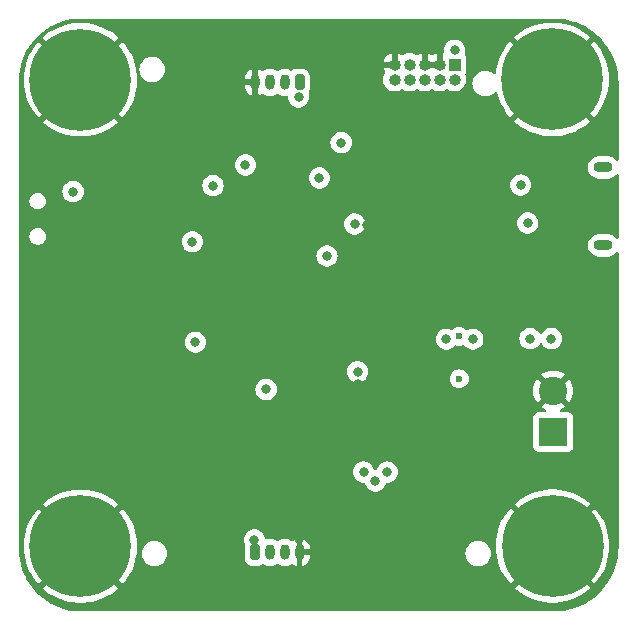
<source format=gbr>
%TF.GenerationSoftware,KiCad,Pcbnew,8.0.5-8.0.5-0~ubuntu24.04.1*%
%TF.CreationDate,2024-09-30T02:40:30+03:30*%
%TF.ProjectId,stm32buckusb,73746d33-3262-4756-936b-7573622e6b69,rev?*%
%TF.SameCoordinates,Original*%
%TF.FileFunction,Copper,L2,Inr*%
%TF.FilePolarity,Positive*%
%FSLAX46Y46*%
G04 Gerber Fmt 4.6, Leading zero omitted, Abs format (unit mm)*
G04 Created by KiCad (PCBNEW 8.0.5-8.0.5-0~ubuntu24.04.1) date 2024-09-30 02:40:30*
%MOMM*%
%LPD*%
G01*
G04 APERTURE LIST*
G04 Aperture macros list*
%AMRoundRect*
0 Rectangle with rounded corners*
0 $1 Rounding radius*
0 $2 $3 $4 $5 $6 $7 $8 $9 X,Y pos of 4 corners*
0 Add a 4 corners polygon primitive as box body*
4,1,4,$2,$3,$4,$5,$6,$7,$8,$9,$2,$3,0*
0 Add four circle primitives for the rounded corners*
1,1,$1+$1,$2,$3*
1,1,$1+$1,$4,$5*
1,1,$1+$1,$6,$7*
1,1,$1+$1,$8,$9*
0 Add four rect primitives between the rounded corners*
20,1,$1+$1,$2,$3,$4,$5,0*
20,1,$1+$1,$4,$5,$6,$7,0*
20,1,$1+$1,$6,$7,$8,$9,0*
20,1,$1+$1,$8,$9,$2,$3,0*%
G04 Aperture macros list end*
%TA.AperFunction,ComponentPad*%
%ADD10R,1.000000X1.000000*%
%TD*%
%TA.AperFunction,ComponentPad*%
%ADD11O,1.000000X1.000000*%
%TD*%
%TA.AperFunction,ComponentPad*%
%ADD12C,0.900000*%
%TD*%
%TA.AperFunction,ComponentPad*%
%ADD13C,8.600000*%
%TD*%
%TA.AperFunction,ComponentPad*%
%ADD14RoundRect,0.200000X-0.200000X-0.450000X0.200000X-0.450000X0.200000X0.450000X-0.200000X0.450000X0*%
%TD*%
%TA.AperFunction,ComponentPad*%
%ADD15O,0.800000X1.300000*%
%TD*%
%TA.AperFunction,ComponentPad*%
%ADD16O,1.600000X0.900000*%
%TD*%
%TA.AperFunction,ComponentPad*%
%ADD17RoundRect,0.200000X0.200000X0.450000X-0.200000X0.450000X-0.200000X-0.450000X0.200000X-0.450000X0*%
%TD*%
%TA.AperFunction,ComponentPad*%
%ADD18R,2.400000X2.400000*%
%TD*%
%TA.AperFunction,ComponentPad*%
%ADD19C,2.400000*%
%TD*%
%TA.AperFunction,ViaPad*%
%ADD20C,0.800000*%
%TD*%
%TA.AperFunction,ViaPad*%
%ADD21C,0.600000*%
%TD*%
G04 APERTURE END LIST*
D10*
%TO.N,+3.3V*%
%TO.C,J2*%
X117200000Y-77000000D03*
D11*
%TO.N,SWDIO*%
X117200000Y-78270000D03*
%TO.N,GND*%
X115930000Y-77000000D03*
%TO.N,SECLK*%
X115930000Y-78270000D03*
%TO.N,GND*%
X114660000Y-77000000D03*
%TO.N,SWO*%
X114660000Y-78270000D03*
%TO.N,unconnected-(J2-Pin_7-Pad7)*%
X113390000Y-77000000D03*
%TO.N,unconnected-(J2-Pin_8-Pad8)*%
X113390000Y-78270000D03*
%TO.N,GND*%
X112120000Y-77000000D03*
%TO.N,NRST*%
X112120000Y-78270000D03*
%TD*%
D12*
%TO.N,GND*%
%TO.C,H4*%
X82305419Y-117780419D03*
X83250000Y-115500000D03*
X83250000Y-120060838D03*
X85530419Y-114555419D03*
D13*
X85530419Y-117780419D03*
D12*
X85530419Y-121005419D03*
X87810838Y-115500000D03*
X87810838Y-120060838D03*
X88755419Y-117780419D03*
%TD*%
%TO.N,GND*%
%TO.C,H1*%
X122244581Y-78250000D03*
X123189162Y-75969581D03*
X123189162Y-80530419D03*
X125469581Y-75025000D03*
D13*
X125469581Y-78250000D03*
D12*
X125469581Y-81475000D03*
X127750000Y-75969581D03*
X127750000Y-80530419D03*
X128694581Y-78250000D03*
%TD*%
D14*
%TO.N,+3.3V*%
%TO.C,J4*%
X100325000Y-118300000D03*
D15*
%TO.N,UART3_TX*%
X101575000Y-118300000D03*
%TO.N,UART3_RX*%
X102825000Y-118300000D03*
%TO.N,GND*%
X104075000Y-118300000D03*
%TD*%
D12*
%TO.N,GND*%
%TO.C,H3*%
X82305419Y-78280419D03*
X83250000Y-76000000D03*
X83250000Y-80560838D03*
X85530419Y-75055419D03*
D13*
X85530419Y-78280419D03*
D12*
X85530419Y-81505419D03*
X87810838Y-76000000D03*
X87810838Y-80560838D03*
X88755419Y-78280419D03*
%TD*%
%TO.N,GND*%
%TO.C,H2*%
X122275000Y-117750000D03*
X123219581Y-115469581D03*
X123219581Y-120030419D03*
X125500000Y-114525000D03*
D13*
X125500000Y-117750000D03*
D12*
X125500000Y-120975000D03*
X127780419Y-115469581D03*
X127780419Y-120030419D03*
X128725000Y-117750000D03*
%TD*%
D16*
%TO.N,unconnected-(J5-Shield-Pad6)_5*%
%TO.C,J5*%
X129800000Y-85700000D03*
%TO.N,unconnected-(J5-Shield-Pad6)_3*%
X129800000Y-92300000D03*
%TD*%
D17*
%TO.N,+3.3V*%
%TO.C,J3*%
X104075000Y-78500000D03*
D15*
%TO.N,I2C1_SCL*%
X102825000Y-78500000D03*
%TO.N,I2C1_SDA*%
X101575000Y-78500000D03*
%TO.N,GND*%
X100325000Y-78500000D03*
%TD*%
D18*
%TO.N,+12V*%
%TO.C,J1*%
X125550000Y-108100000D03*
D19*
%TO.N,GND*%
X125550000Y-104600000D03*
%TD*%
D20*
%TO.N,NRST*%
X107600000Y-83600000D03*
%TO.N,+3.3V*%
X117200000Y-75800000D03*
%TO.N,GND*%
X115800000Y-75800000D03*
X114600000Y-75800000D03*
X111000000Y-77000000D03*
%TO.N,NRST*%
X106400000Y-93200000D03*
%TO.N,GND*%
X93600000Y-92200000D03*
%TO.N,+5V*%
X122800000Y-87200000D03*
X123400000Y-90400000D03*
%TO.N,GND*%
X109000000Y-104000000D03*
X100200000Y-88200000D03*
%TO.N,+3.3V*%
X123600000Y-100200000D03*
X125400000Y-100200000D03*
%TO.N,GND*%
X109800000Y-90600000D03*
X116000000Y-99000000D03*
X113600000Y-101800000D03*
X109200000Y-105600000D03*
X93600000Y-102400000D03*
X89000000Y-95400000D03*
X91800000Y-92000000D03*
X100400000Y-79800000D03*
X113400000Y-90800000D03*
X120200000Y-91600000D03*
X116200000Y-106800000D03*
X116200000Y-105800000D03*
X119400000Y-104600000D03*
X120200000Y-104200000D03*
X121200000Y-104600000D03*
X120000000Y-100200000D03*
X121000000Y-100200000D03*
X127800000Y-100200000D03*
X128800000Y-99400000D03*
X124200000Y-97600000D03*
X122800000Y-96400000D03*
X125200000Y-86600000D03*
X124200000Y-86600000D03*
X124200000Y-87600000D03*
X125200000Y-87600000D03*
X104000000Y-117200000D03*
X92600000Y-98000000D03*
X95000000Y-97000000D03*
X98500000Y-104500000D03*
X94000000Y-88500000D03*
X84900000Y-92250000D03*
X86000000Y-94400000D03*
%TO.N,+3.3V*%
X118750000Y-100250000D03*
X116500000Y-100250000D03*
X111500000Y-111500000D03*
X110500000Y-112250000D03*
X109500000Y-111500000D03*
X109000000Y-103000000D03*
X95000000Y-92000000D03*
X108750000Y-90500000D03*
X104000000Y-79750000D03*
X99500000Y-85500000D03*
X100250000Y-117250000D03*
X101250000Y-104500000D03*
X95250000Y-100500000D03*
X84900000Y-87750000D03*
X96750000Y-87250000D03*
X105750000Y-86600000D03*
D21*
%TO.N,Net-(D2-K)*%
X117600000Y-100000000D03*
X117600000Y-103600000D03*
%TD*%
%TA.AperFunction,Conductor*%
%TO.N,GND*%
G36*
X125602562Y-73100605D02*
G01*
X126049036Y-73119072D01*
X126059209Y-73119915D01*
X126500114Y-73174873D01*
X126510194Y-73176555D01*
X126945042Y-73267733D01*
X126954950Y-73270242D01*
X127380786Y-73397019D01*
X127390454Y-73400338D01*
X127694727Y-73519067D01*
X127804339Y-73561838D01*
X127813724Y-73565954D01*
X128212869Y-73761083D01*
X128221877Y-73765958D01*
X128603544Y-73993383D01*
X128612123Y-73998989D01*
X128973693Y-74257144D01*
X128981770Y-74263431D01*
X129289230Y-74523836D01*
X129320796Y-74550571D01*
X129328336Y-74557512D01*
X129642487Y-74871663D01*
X129649428Y-74879203D01*
X129699952Y-74938857D01*
X129874529Y-75144980D01*
X129936564Y-75218224D01*
X129942859Y-75226312D01*
X130201010Y-75587876D01*
X130206616Y-75596455D01*
X130434041Y-75978122D01*
X130438919Y-75987136D01*
X130634045Y-76386275D01*
X130638161Y-76395660D01*
X130799656Y-76809533D01*
X130802984Y-76819226D01*
X130929753Y-77245036D01*
X130932269Y-77254971D01*
X131023441Y-77689791D01*
X131025128Y-77699900D01*
X131080082Y-78140769D01*
X131080928Y-78150983D01*
X131099394Y-78597437D01*
X131099500Y-78602561D01*
X131099500Y-85005927D01*
X131079815Y-85072966D01*
X131027011Y-85118721D01*
X130957853Y-85128665D01*
X130894297Y-85099640D01*
X130887819Y-85093608D01*
X130755911Y-84961700D01*
X130755907Y-84961697D01*
X130600237Y-84857681D01*
X130600228Y-84857676D01*
X130427251Y-84786027D01*
X130427243Y-84786025D01*
X130243620Y-84749500D01*
X130243616Y-84749500D01*
X129356384Y-84749500D01*
X129356379Y-84749500D01*
X129172756Y-84786025D01*
X129172748Y-84786027D01*
X128999771Y-84857676D01*
X128999762Y-84857681D01*
X128844092Y-84961697D01*
X128844088Y-84961700D01*
X128711700Y-85094088D01*
X128711697Y-85094092D01*
X128607681Y-85249762D01*
X128607676Y-85249771D01*
X128536027Y-85422748D01*
X128536025Y-85422756D01*
X128499500Y-85606379D01*
X128499500Y-85793620D01*
X128536025Y-85977243D01*
X128536027Y-85977251D01*
X128607676Y-86150228D01*
X128607681Y-86150237D01*
X128711697Y-86305907D01*
X128711700Y-86305911D01*
X128844088Y-86438299D01*
X128844092Y-86438302D01*
X128999762Y-86542318D01*
X128999768Y-86542321D01*
X128999769Y-86542322D01*
X129172749Y-86613973D01*
X129356379Y-86650499D01*
X129356383Y-86650500D01*
X129356384Y-86650500D01*
X130243617Y-86650500D01*
X130243618Y-86650499D01*
X130427251Y-86613973D01*
X130600231Y-86542322D01*
X130755908Y-86438302D01*
X130808983Y-86385227D01*
X130887819Y-86306392D01*
X130949142Y-86272907D01*
X131018834Y-86277891D01*
X131074767Y-86319763D01*
X131099184Y-86385227D01*
X131099500Y-86394073D01*
X131099500Y-91605927D01*
X131079815Y-91672966D01*
X131027011Y-91718721D01*
X130957853Y-91728665D01*
X130894297Y-91699640D01*
X130887819Y-91693608D01*
X130755911Y-91561700D01*
X130755907Y-91561697D01*
X130600237Y-91457681D01*
X130600228Y-91457676D01*
X130427251Y-91386027D01*
X130427243Y-91386025D01*
X130243620Y-91349500D01*
X130243616Y-91349500D01*
X129356384Y-91349500D01*
X129356379Y-91349500D01*
X129172756Y-91386025D01*
X129172748Y-91386027D01*
X128999771Y-91457676D01*
X128999762Y-91457681D01*
X128844092Y-91561697D01*
X128844088Y-91561700D01*
X128711700Y-91694088D01*
X128711697Y-91694092D01*
X128607681Y-91849762D01*
X128607676Y-91849771D01*
X128536027Y-92022748D01*
X128536025Y-92022756D01*
X128499500Y-92206379D01*
X128499500Y-92393620D01*
X128536025Y-92577243D01*
X128536027Y-92577251D01*
X128607676Y-92750228D01*
X128607681Y-92750237D01*
X128711697Y-92905907D01*
X128711700Y-92905911D01*
X128844088Y-93038299D01*
X128844092Y-93038302D01*
X128999762Y-93142318D01*
X128999768Y-93142321D01*
X128999769Y-93142322D01*
X129172749Y-93213973D01*
X129356379Y-93250499D01*
X129356383Y-93250500D01*
X129356384Y-93250500D01*
X130243617Y-93250500D01*
X130243618Y-93250499D01*
X130427251Y-93213973D01*
X130600231Y-93142322D01*
X130755908Y-93038302D01*
X130808983Y-92985227D01*
X130887819Y-92906392D01*
X130949142Y-92872907D01*
X131018834Y-92877891D01*
X131074767Y-92919763D01*
X131099184Y-92985227D01*
X131099500Y-92994073D01*
X131099500Y-117797438D01*
X131099394Y-117802562D01*
X131080928Y-118249016D01*
X131080082Y-118259230D01*
X131025128Y-118700099D01*
X131023441Y-118710208D01*
X130932269Y-119145028D01*
X130929753Y-119154963D01*
X130802984Y-119580773D01*
X130799656Y-119590466D01*
X130638161Y-120004339D01*
X130634045Y-120013724D01*
X130438919Y-120412863D01*
X130434041Y-120421877D01*
X130206616Y-120803544D01*
X130201010Y-120812123D01*
X129942859Y-121173687D01*
X129936564Y-121181775D01*
X129649428Y-121520796D01*
X129642487Y-121528336D01*
X129328336Y-121842487D01*
X129320796Y-121849428D01*
X128981775Y-122136564D01*
X128973687Y-122142859D01*
X128612123Y-122401010D01*
X128603544Y-122406616D01*
X128221877Y-122634041D01*
X128212863Y-122638919D01*
X127813724Y-122834045D01*
X127804339Y-122838161D01*
X127390466Y-122999656D01*
X127380773Y-123002984D01*
X126954963Y-123129753D01*
X126945028Y-123132269D01*
X126510208Y-123223441D01*
X126500099Y-123225128D01*
X126059230Y-123280082D01*
X126049016Y-123280928D01*
X125602563Y-123299394D01*
X125597439Y-123299500D01*
X85602561Y-123299500D01*
X85597437Y-123299394D01*
X85167499Y-123281612D01*
X85157285Y-123280766D01*
X84732819Y-123227856D01*
X84722710Y-123226169D01*
X84304068Y-123138389D01*
X84294133Y-123135873D01*
X83884166Y-123013820D01*
X83874473Y-123010492D01*
X83475993Y-122855005D01*
X83466608Y-122850888D01*
X83082330Y-122663026D01*
X83073323Y-122658153D01*
X82705850Y-122439187D01*
X82697270Y-122433581D01*
X82349156Y-122185031D01*
X82341069Y-122178737D01*
X82014653Y-121902278D01*
X82007113Y-121895336D01*
X81704663Y-121592886D01*
X81697721Y-121585346D01*
X81421262Y-121258930D01*
X81414968Y-121250843D01*
X81232042Y-120994640D01*
X81166414Y-120902723D01*
X81160812Y-120894149D01*
X81128311Y-120839605D01*
X80941841Y-120526667D01*
X80936973Y-120517669D01*
X80885736Y-120412863D01*
X80749111Y-120133391D01*
X80744994Y-120124006D01*
X80676504Y-119948481D01*
X80589503Y-119725514D01*
X80586183Y-119715846D01*
X80464122Y-119305853D01*
X80461613Y-119295945D01*
X80373827Y-118877275D01*
X80372145Y-118867195D01*
X80319231Y-118442693D01*
X80318388Y-118432520D01*
X80300606Y-118002562D01*
X80300500Y-117997438D01*
X80300500Y-117780415D01*
X80725581Y-117780415D01*
X80725581Y-117780422D01*
X80744923Y-118211111D01*
X80744924Y-118211120D01*
X80802797Y-118638357D01*
X80898732Y-119058677D01*
X81031961Y-119468715D01*
X81031964Y-119468723D01*
X81201404Y-119865149D01*
X81201408Y-119865157D01*
X81405713Y-120244818D01*
X81643218Y-120604626D01*
X81643219Y-120604627D01*
X81912027Y-120941701D01*
X81962642Y-120994640D01*
X83843516Y-119113766D01*
X83910495Y-119201054D01*
X84109784Y-119400343D01*
X84197070Y-119467320D01*
X82317296Y-121347094D01*
X82534646Y-121536988D01*
X82534663Y-121537001D01*
X82883443Y-121790405D01*
X83253559Y-122011539D01*
X83253565Y-122011542D01*
X83641988Y-122198597D01*
X83642002Y-122198603D01*
X84045628Y-122350086D01*
X84045653Y-122350094D01*
X84461235Y-122464788D01*
X84885442Y-122541770D01*
X85314854Y-122580418D01*
X85314857Y-122580419D01*
X85745981Y-122580419D01*
X85745983Y-122580418D01*
X86175395Y-122541770D01*
X86599602Y-122464788D01*
X87015184Y-122350094D01*
X87015209Y-122350086D01*
X87418835Y-122198603D01*
X87418849Y-122198597D01*
X87807272Y-122011542D01*
X87807278Y-122011539D01*
X88177394Y-121790405D01*
X88526174Y-121537001D01*
X88526191Y-121536988D01*
X88743540Y-121347094D01*
X86863767Y-119467320D01*
X86951054Y-119400343D01*
X87150343Y-119201054D01*
X87217320Y-119113767D01*
X89098194Y-120994641D01*
X89098195Y-120994641D01*
X89148805Y-120941708D01*
X89148805Y-120941707D01*
X89417618Y-120604627D01*
X89417619Y-120604626D01*
X89655124Y-120244818D01*
X89859429Y-119865157D01*
X89859433Y-119865149D01*
X90028873Y-119468723D01*
X90028876Y-119468715D01*
X90162105Y-119058677D01*
X90258040Y-118638357D01*
X90290328Y-118399999D01*
X90718888Y-118399999D01*
X90718888Y-118400000D01*
X90737295Y-118598649D01*
X90737295Y-118598651D01*
X90737296Y-118598654D01*
X90769036Y-118710208D01*
X90791894Y-118790546D01*
X90880816Y-118969126D01*
X90880821Y-118969134D01*
X90997557Y-119123716D01*
X91001049Y-119128340D01*
X91148484Y-119262746D01*
X91318107Y-119367772D01*
X91504140Y-119439841D01*
X91700248Y-119476500D01*
X91700250Y-119476500D01*
X91899750Y-119476500D01*
X91899752Y-119476500D01*
X92095860Y-119439841D01*
X92281893Y-119367772D01*
X92451516Y-119262746D01*
X92598951Y-119128340D01*
X92719180Y-118969132D01*
X92808107Y-118790543D01*
X92862704Y-118598654D01*
X92881112Y-118400000D01*
X92862704Y-118201346D01*
X92808107Y-118009457D01*
X92770588Y-117934108D01*
X92719183Y-117830873D01*
X92719178Y-117830865D01*
X92598951Y-117671660D01*
X92590576Y-117664025D01*
X92451516Y-117537254D01*
X92451513Y-117537252D01*
X92451512Y-117537251D01*
X92281898Y-117432231D01*
X92281891Y-117432227D01*
X92188876Y-117396193D01*
X92095860Y-117360159D01*
X91899752Y-117323500D01*
X91700248Y-117323500D01*
X91504140Y-117360159D01*
X91504137Y-117360159D01*
X91504137Y-117360160D01*
X91318108Y-117432227D01*
X91318101Y-117432231D01*
X91148487Y-117537251D01*
X91001048Y-117671660D01*
X90880821Y-117830865D01*
X90880816Y-117830873D01*
X90791894Y-118009453D01*
X90737295Y-118201350D01*
X90718888Y-118399999D01*
X90290328Y-118399999D01*
X90315913Y-118211120D01*
X90315914Y-118211111D01*
X90335257Y-117780422D01*
X90335257Y-117780415D01*
X90315914Y-117349726D01*
X90315913Y-117349717D01*
X90302405Y-117250000D01*
X99344540Y-117250000D01*
X99364326Y-117438256D01*
X99364327Y-117438259D01*
X99422821Y-117618285D01*
X99425464Y-117624221D01*
X99423985Y-117624879D01*
X99438546Y-117684881D01*
X99433073Y-117715874D01*
X99430914Y-117722800D01*
X99430914Y-117722803D01*
X99424500Y-117793386D01*
X99424500Y-118806613D01*
X99430913Y-118877192D01*
X99430913Y-118877194D01*
X99430914Y-118877196D01*
X99462156Y-118977458D01*
X99481522Y-119039606D01*
X99569530Y-119185188D01*
X99689811Y-119305469D01*
X99689813Y-119305470D01*
X99689815Y-119305472D01*
X99835394Y-119393478D01*
X99997804Y-119444086D01*
X100068384Y-119450500D01*
X100068387Y-119450500D01*
X100581613Y-119450500D01*
X100581616Y-119450500D01*
X100652196Y-119444086D01*
X100814606Y-119393478D01*
X100958125Y-119306717D01*
X101025676Y-119288882D01*
X101091162Y-119309733D01*
X101148450Y-119348011D01*
X101148457Y-119348015D01*
X101201351Y-119369924D01*
X101312334Y-119415894D01*
X101312336Y-119415894D01*
X101312341Y-119415896D01*
X101486304Y-119450499D01*
X101486307Y-119450500D01*
X101486309Y-119450500D01*
X101663693Y-119450500D01*
X101663694Y-119450499D01*
X101725044Y-119438296D01*
X101837658Y-119415896D01*
X101837661Y-119415894D01*
X101837666Y-119415894D01*
X102001547Y-119348013D01*
X102131109Y-119261442D01*
X102197786Y-119240564D01*
X102265166Y-119259048D01*
X102268891Y-119261442D01*
X102398446Y-119348008D01*
X102398453Y-119348013D01*
X102398455Y-119348014D01*
X102398459Y-119348016D01*
X102451351Y-119369924D01*
X102562334Y-119415894D01*
X102562336Y-119415894D01*
X102562341Y-119415896D01*
X102736304Y-119450499D01*
X102736307Y-119450500D01*
X102736309Y-119450500D01*
X102913693Y-119450500D01*
X102913694Y-119450499D01*
X102975044Y-119438296D01*
X103087658Y-119415896D01*
X103087661Y-119415894D01*
X103087666Y-119415894D01*
X103251547Y-119348013D01*
X103251552Y-119348009D01*
X103251555Y-119348008D01*
X103321981Y-119300950D01*
X103381558Y-119261141D01*
X103448234Y-119240263D01*
X103515615Y-119258747D01*
X103519340Y-119261141D01*
X103648683Y-119347566D01*
X103648693Y-119347571D01*
X103812476Y-119415412D01*
X103812483Y-119415415D01*
X103825000Y-119417904D01*
X103825000Y-119417903D01*
X104325000Y-119417903D01*
X104337516Y-119415415D01*
X104337523Y-119415412D01*
X104501306Y-119347571D01*
X104501316Y-119347566D01*
X104648716Y-119249076D01*
X104648720Y-119249073D01*
X104774073Y-119123720D01*
X104774076Y-119123716D01*
X104872566Y-118976316D01*
X104872571Y-118976307D01*
X104940413Y-118812520D01*
X104940415Y-118812512D01*
X104974999Y-118638646D01*
X104975000Y-118638643D01*
X104975000Y-118550000D01*
X104325000Y-118550000D01*
X104325000Y-119417903D01*
X103825000Y-119417903D01*
X103825000Y-118349728D01*
X103863060Y-118441614D01*
X103933386Y-118511940D01*
X104025272Y-118550000D01*
X104124728Y-118550000D01*
X104216614Y-118511940D01*
X104286940Y-118441614D01*
X104304177Y-118399999D01*
X118118888Y-118399999D01*
X118118888Y-118400000D01*
X118137295Y-118598649D01*
X118137295Y-118598651D01*
X118137296Y-118598654D01*
X118169036Y-118710208D01*
X118191894Y-118790546D01*
X118280816Y-118969126D01*
X118280821Y-118969134D01*
X118397557Y-119123716D01*
X118401049Y-119128340D01*
X118548484Y-119262746D01*
X118718107Y-119367772D01*
X118904140Y-119439841D01*
X119100248Y-119476500D01*
X119100250Y-119476500D01*
X119299750Y-119476500D01*
X119299752Y-119476500D01*
X119495860Y-119439841D01*
X119681893Y-119367772D01*
X119851516Y-119262746D01*
X119998951Y-119128340D01*
X120119180Y-118969132D01*
X120208107Y-118790543D01*
X120262704Y-118598654D01*
X120281112Y-118400000D01*
X120262704Y-118201346D01*
X120208107Y-118009457D01*
X120170588Y-117934108D01*
X120119183Y-117830873D01*
X120119178Y-117830865D01*
X120058108Y-117749996D01*
X120695162Y-117749996D01*
X120695162Y-117750003D01*
X120714504Y-118180692D01*
X120714505Y-118180701D01*
X120772378Y-118607938D01*
X120868313Y-119028258D01*
X121001542Y-119438296D01*
X121001545Y-119438304D01*
X121170985Y-119834730D01*
X121170989Y-119834738D01*
X121375294Y-120214399D01*
X121612799Y-120574207D01*
X121612800Y-120574208D01*
X121881608Y-120911282D01*
X121932223Y-120964221D01*
X123813097Y-119083347D01*
X123880076Y-119170635D01*
X124079365Y-119369924D01*
X124166651Y-119436901D01*
X122286877Y-121316675D01*
X122504227Y-121506569D01*
X122504244Y-121506582D01*
X122853024Y-121759986D01*
X123223140Y-121981120D01*
X123223146Y-121981123D01*
X123611569Y-122168178D01*
X123611583Y-122168184D01*
X124015209Y-122319667D01*
X124015234Y-122319675D01*
X124430816Y-122434369D01*
X124855023Y-122511351D01*
X125284435Y-122549999D01*
X125284438Y-122550000D01*
X125715562Y-122550000D01*
X125715564Y-122549999D01*
X126144976Y-122511351D01*
X126569183Y-122434369D01*
X126984765Y-122319675D01*
X126984790Y-122319667D01*
X127388416Y-122168184D01*
X127388430Y-122168178D01*
X127776853Y-121981123D01*
X127776859Y-121981120D01*
X128146975Y-121759986D01*
X128495755Y-121506582D01*
X128495772Y-121506569D01*
X128713121Y-121316675D01*
X126833348Y-119436901D01*
X126920635Y-119369924D01*
X127119924Y-119170635D01*
X127186901Y-119083348D01*
X129067775Y-120964222D01*
X129067776Y-120964222D01*
X129118386Y-120911289D01*
X129118386Y-120911288D01*
X129387199Y-120574208D01*
X129387200Y-120574207D01*
X129624705Y-120214399D01*
X129829010Y-119834738D01*
X129829014Y-119834730D01*
X129998454Y-119438304D01*
X129998457Y-119438296D01*
X130131686Y-119028258D01*
X130227621Y-118607938D01*
X130285494Y-118180701D01*
X130285495Y-118180692D01*
X130304838Y-117750003D01*
X130304838Y-117749996D01*
X130285495Y-117319307D01*
X130285494Y-117319298D01*
X130227621Y-116892061D01*
X130131686Y-116471741D01*
X129998457Y-116061703D01*
X129998454Y-116061695D01*
X129829014Y-115665269D01*
X129829010Y-115665261D01*
X129624705Y-115285600D01*
X129387200Y-114925792D01*
X129387199Y-114925791D01*
X129118391Y-114588717D01*
X129067774Y-114535776D01*
X127186900Y-116416650D01*
X127119924Y-116329365D01*
X126920635Y-116130076D01*
X126833346Y-116063097D01*
X128713121Y-114183323D01*
X128495772Y-113993430D01*
X128495755Y-113993417D01*
X128146975Y-113740013D01*
X127776859Y-113518879D01*
X127776853Y-113518876D01*
X127388430Y-113331821D01*
X127388416Y-113331815D01*
X126984790Y-113180332D01*
X126984765Y-113180324D01*
X126569183Y-113065630D01*
X126144976Y-112988648D01*
X125715564Y-112950000D01*
X125284435Y-112950000D01*
X124855023Y-112988648D01*
X124430816Y-113065630D01*
X124015234Y-113180324D01*
X124015209Y-113180332D01*
X123611583Y-113331815D01*
X123611569Y-113331821D01*
X123223146Y-113518876D01*
X123223140Y-113518879D01*
X122853024Y-113740013D01*
X122504235Y-113993423D01*
X122286877Y-114183322D01*
X122286877Y-114183323D01*
X124166652Y-116063098D01*
X124079365Y-116130076D01*
X123880076Y-116329365D01*
X123813098Y-116416651D01*
X121932223Y-114535777D01*
X121881624Y-114588699D01*
X121881612Y-114588712D01*
X121612800Y-114925791D01*
X121612799Y-114925792D01*
X121375294Y-115285600D01*
X121170989Y-115665261D01*
X121170985Y-115665269D01*
X121001545Y-116061695D01*
X121001542Y-116061703D01*
X120868313Y-116471741D01*
X120772378Y-116892061D01*
X120714505Y-117319298D01*
X120714504Y-117319307D01*
X120695162Y-117749996D01*
X120058108Y-117749996D01*
X119998951Y-117671660D01*
X119990576Y-117664025D01*
X119851516Y-117537254D01*
X119851513Y-117537252D01*
X119851512Y-117537251D01*
X119681898Y-117432231D01*
X119681891Y-117432227D01*
X119588876Y-117396193D01*
X119495860Y-117360159D01*
X119299752Y-117323500D01*
X119100248Y-117323500D01*
X118904140Y-117360159D01*
X118904137Y-117360159D01*
X118904137Y-117360160D01*
X118718108Y-117432227D01*
X118718101Y-117432231D01*
X118548487Y-117537251D01*
X118401048Y-117671660D01*
X118280821Y-117830865D01*
X118280816Y-117830873D01*
X118191894Y-118009453D01*
X118137295Y-118201350D01*
X118118888Y-118399999D01*
X104304177Y-118399999D01*
X104325000Y-118349728D01*
X104325000Y-118250272D01*
X104286940Y-118158386D01*
X104216614Y-118088060D01*
X104124728Y-118050000D01*
X104325000Y-118050000D01*
X104975000Y-118050000D01*
X104975000Y-117961357D01*
X104974999Y-117961353D01*
X104940415Y-117787487D01*
X104940413Y-117787479D01*
X104872571Y-117623692D01*
X104872566Y-117623683D01*
X104774076Y-117476283D01*
X104774073Y-117476279D01*
X104648720Y-117350926D01*
X104648716Y-117350923D01*
X104501316Y-117252433D01*
X104501307Y-117252428D01*
X104337519Y-117184585D01*
X104325000Y-117182094D01*
X104325000Y-118050000D01*
X104124728Y-118050000D01*
X104025272Y-118050000D01*
X103933386Y-118088060D01*
X103863060Y-118158386D01*
X103825000Y-118250272D01*
X103825000Y-117182095D01*
X103824999Y-117182094D01*
X103812480Y-117184585D01*
X103648692Y-117252428D01*
X103648683Y-117252433D01*
X103519340Y-117338858D01*
X103452662Y-117359736D01*
X103385282Y-117341251D01*
X103381558Y-117338858D01*
X103251552Y-117251990D01*
X103251540Y-117251983D01*
X103087667Y-117184106D01*
X103087658Y-117184103D01*
X102913694Y-117149500D01*
X102913691Y-117149500D01*
X102736309Y-117149500D01*
X102736306Y-117149500D01*
X102562341Y-117184103D01*
X102562332Y-117184106D01*
X102398459Y-117251983D01*
X102398446Y-117251990D01*
X102268891Y-117338557D01*
X102202213Y-117359435D01*
X102134833Y-117340950D01*
X102131109Y-117338557D01*
X102001553Y-117251990D01*
X102001540Y-117251983D01*
X101837667Y-117184106D01*
X101837658Y-117184103D01*
X101663694Y-117149500D01*
X101663691Y-117149500D01*
X101486309Y-117149500D01*
X101486306Y-117149500D01*
X101312336Y-117184104D01*
X101312326Y-117184107D01*
X101308772Y-117185580D01*
X101306761Y-117185795D01*
X101306501Y-117185875D01*
X101306486Y-117185825D01*
X101239302Y-117193042D01*
X101176826Y-117161761D01*
X101141180Y-117101668D01*
X101138010Y-117083972D01*
X101135674Y-117061745D01*
X101135672Y-117061740D01*
X101077179Y-116881716D01*
X100982533Y-116717784D01*
X100855871Y-116577112D01*
X100822630Y-116552961D01*
X100702734Y-116465851D01*
X100702729Y-116465848D01*
X100529807Y-116388857D01*
X100529802Y-116388855D01*
X100384001Y-116357865D01*
X100344646Y-116349500D01*
X100155354Y-116349500D01*
X100122897Y-116356398D01*
X99970197Y-116388855D01*
X99970192Y-116388857D01*
X99797270Y-116465848D01*
X99797265Y-116465851D01*
X99644129Y-116577111D01*
X99517466Y-116717785D01*
X99422821Y-116881715D01*
X99422818Y-116881722D01*
X99365730Y-117057422D01*
X99364326Y-117061744D01*
X99344540Y-117250000D01*
X90302405Y-117250000D01*
X90258040Y-116922480D01*
X90162105Y-116502160D01*
X90028876Y-116092122D01*
X90028873Y-116092114D01*
X89859433Y-115695688D01*
X89859429Y-115695680D01*
X89655124Y-115316019D01*
X89417619Y-114956211D01*
X89417618Y-114956210D01*
X89148810Y-114619136D01*
X89098193Y-114566195D01*
X87217319Y-116447069D01*
X87150343Y-116359784D01*
X86951054Y-116160495D01*
X86863765Y-116093516D01*
X88743540Y-114213742D01*
X88526191Y-114023849D01*
X88526174Y-114023836D01*
X88177394Y-113770432D01*
X87807278Y-113549298D01*
X87807272Y-113549295D01*
X87418849Y-113362240D01*
X87418835Y-113362234D01*
X87015209Y-113210751D01*
X87015184Y-113210743D01*
X86599602Y-113096049D01*
X86175395Y-113019067D01*
X85745983Y-112980419D01*
X85314854Y-112980419D01*
X84885442Y-113019067D01*
X84461235Y-113096049D01*
X84045653Y-113210743D01*
X84045628Y-113210751D01*
X83642002Y-113362234D01*
X83641988Y-113362240D01*
X83253565Y-113549295D01*
X83253559Y-113549298D01*
X82883443Y-113770432D01*
X82534654Y-114023842D01*
X82317296Y-114213741D01*
X82317296Y-114213742D01*
X84197071Y-116093517D01*
X84109784Y-116160495D01*
X83910495Y-116359784D01*
X83843517Y-116447070D01*
X81962642Y-114566196D01*
X81912043Y-114619118D01*
X81912031Y-114619131D01*
X81643219Y-114956210D01*
X81643218Y-114956211D01*
X81405713Y-115316019D01*
X81201408Y-115695680D01*
X81201404Y-115695688D01*
X81031964Y-116092114D01*
X81031961Y-116092122D01*
X80898732Y-116502160D01*
X80802797Y-116922480D01*
X80744924Y-117349717D01*
X80744923Y-117349726D01*
X80725581Y-117780415D01*
X80300500Y-117780415D01*
X80300500Y-111500000D01*
X108594540Y-111500000D01*
X108614326Y-111688256D01*
X108614327Y-111688259D01*
X108672818Y-111868277D01*
X108672821Y-111868284D01*
X108767467Y-112032216D01*
X108894129Y-112172888D01*
X109047265Y-112284148D01*
X109047270Y-112284151D01*
X109220192Y-112361142D01*
X109220197Y-112361144D01*
X109405354Y-112400500D01*
X109405355Y-112400500D01*
X109511967Y-112400500D01*
X109579006Y-112420185D01*
X109624761Y-112472989D01*
X109629898Y-112486182D01*
X109672818Y-112618277D01*
X109672821Y-112618284D01*
X109767467Y-112782216D01*
X109894129Y-112922888D01*
X110047265Y-113034148D01*
X110047270Y-113034151D01*
X110220192Y-113111142D01*
X110220197Y-113111144D01*
X110405354Y-113150500D01*
X110405355Y-113150500D01*
X110594644Y-113150500D01*
X110594646Y-113150500D01*
X110779803Y-113111144D01*
X110952730Y-113034151D01*
X111105871Y-112922888D01*
X111232533Y-112782216D01*
X111327179Y-112618284D01*
X111370102Y-112486182D01*
X111409540Y-112428506D01*
X111473898Y-112401308D01*
X111488033Y-112400500D01*
X111594644Y-112400500D01*
X111594646Y-112400500D01*
X111779803Y-112361144D01*
X111952730Y-112284151D01*
X112105871Y-112172888D01*
X112232533Y-112032216D01*
X112327179Y-111868284D01*
X112385674Y-111688256D01*
X112405460Y-111500000D01*
X112385674Y-111311744D01*
X112327179Y-111131716D01*
X112232533Y-110967784D01*
X112105871Y-110827112D01*
X112105870Y-110827111D01*
X111952734Y-110715851D01*
X111952729Y-110715848D01*
X111779807Y-110638857D01*
X111779802Y-110638855D01*
X111634001Y-110607865D01*
X111594646Y-110599500D01*
X111405354Y-110599500D01*
X111372897Y-110606398D01*
X111220197Y-110638855D01*
X111220192Y-110638857D01*
X111047270Y-110715848D01*
X111047265Y-110715851D01*
X110894129Y-110827111D01*
X110767466Y-110967785D01*
X110672821Y-111131715D01*
X110672818Y-111131722D01*
X110629898Y-111263818D01*
X110590460Y-111321494D01*
X110526102Y-111348692D01*
X110511967Y-111349500D01*
X110488033Y-111349500D01*
X110420994Y-111329815D01*
X110375239Y-111277011D01*
X110370102Y-111263818D01*
X110327181Y-111131722D01*
X110327180Y-111131721D01*
X110327179Y-111131716D01*
X110232533Y-110967784D01*
X110105871Y-110827112D01*
X110105870Y-110827111D01*
X109952734Y-110715851D01*
X109952729Y-110715848D01*
X109779807Y-110638857D01*
X109779802Y-110638855D01*
X109634001Y-110607865D01*
X109594646Y-110599500D01*
X109405354Y-110599500D01*
X109372897Y-110606398D01*
X109220197Y-110638855D01*
X109220192Y-110638857D01*
X109047270Y-110715848D01*
X109047265Y-110715851D01*
X108894129Y-110827111D01*
X108767466Y-110967785D01*
X108672821Y-111131715D01*
X108672818Y-111131722D01*
X108614327Y-111311740D01*
X108614326Y-111311744D01*
X108594540Y-111500000D01*
X80300500Y-111500000D01*
X80300500Y-104500000D01*
X100344540Y-104500000D01*
X100364326Y-104688256D01*
X100364327Y-104688259D01*
X100422818Y-104868277D01*
X100422821Y-104868284D01*
X100517467Y-105032216D01*
X100580746Y-105102494D01*
X100644129Y-105172888D01*
X100797265Y-105284148D01*
X100797270Y-105284151D01*
X100970192Y-105361142D01*
X100970197Y-105361144D01*
X101155354Y-105400500D01*
X101155355Y-105400500D01*
X101344644Y-105400500D01*
X101344646Y-105400500D01*
X101529803Y-105361144D01*
X101702730Y-105284151D01*
X101855871Y-105172888D01*
X101982533Y-105032216D01*
X102077179Y-104868284D01*
X102135674Y-104688256D01*
X102144950Y-104599995D01*
X123845233Y-104599995D01*
X123845233Y-104600004D01*
X123864273Y-104854079D01*
X123920968Y-105102477D01*
X123920973Y-105102494D01*
X124014058Y-105339671D01*
X124014057Y-105339671D01*
X124141454Y-105560327D01*
X124141461Y-105560338D01*
X124183452Y-105612991D01*
X124183453Y-105612992D01*
X124985387Y-104811058D01*
X124990889Y-104831591D01*
X125069881Y-104968408D01*
X125181592Y-105080119D01*
X125318409Y-105159111D01*
X125338940Y-105164612D01*
X124536813Y-105966738D01*
X124697616Y-106076371D01*
X124697624Y-106076376D01*
X124879123Y-106163780D01*
X124930983Y-106210602D01*
X124949296Y-106278029D01*
X124928249Y-106344653D01*
X124874522Y-106389321D01*
X124825322Y-106399500D01*
X124302129Y-106399500D01*
X124302123Y-106399501D01*
X124242516Y-106405908D01*
X124107671Y-106456202D01*
X124107664Y-106456206D01*
X123992455Y-106542452D01*
X123992452Y-106542455D01*
X123906206Y-106657664D01*
X123906202Y-106657671D01*
X123855908Y-106792517D01*
X123849501Y-106852116D01*
X123849501Y-106852123D01*
X123849500Y-106852135D01*
X123849500Y-109347870D01*
X123849501Y-109347876D01*
X123855908Y-109407483D01*
X123906202Y-109542328D01*
X123906206Y-109542335D01*
X123992452Y-109657544D01*
X123992455Y-109657547D01*
X124107664Y-109743793D01*
X124107671Y-109743797D01*
X124242517Y-109794091D01*
X124242516Y-109794091D01*
X124249444Y-109794835D01*
X124302127Y-109800500D01*
X126797872Y-109800499D01*
X126857483Y-109794091D01*
X126992331Y-109743796D01*
X127107546Y-109657546D01*
X127193796Y-109542331D01*
X127244091Y-109407483D01*
X127250500Y-109347873D01*
X127250499Y-106852128D01*
X127244091Y-106792517D01*
X127193796Y-106657669D01*
X127193795Y-106657668D01*
X127193793Y-106657664D01*
X127107547Y-106542455D01*
X127107544Y-106542452D01*
X126992335Y-106456206D01*
X126992328Y-106456202D01*
X126857482Y-106405908D01*
X126857483Y-106405908D01*
X126797883Y-106399501D01*
X126797881Y-106399500D01*
X126797873Y-106399500D01*
X126797865Y-106399500D01*
X126274679Y-106399500D01*
X126207640Y-106379815D01*
X126161885Y-106327011D01*
X126151941Y-106257853D01*
X126180966Y-106194297D01*
X126220878Y-106163780D01*
X126402376Y-106076376D01*
X126402377Y-106076375D01*
X126563185Y-105966738D01*
X125761060Y-105164612D01*
X125781591Y-105159111D01*
X125918408Y-105080119D01*
X126030119Y-104968408D01*
X126109111Y-104831591D01*
X126114612Y-104811059D01*
X126916544Y-105612992D01*
X126916546Y-105612991D01*
X126958544Y-105560330D01*
X127085941Y-105339671D01*
X127179026Y-105102494D01*
X127179031Y-105102477D01*
X127235726Y-104854079D01*
X127254767Y-104600004D01*
X127254767Y-104599995D01*
X127235726Y-104345920D01*
X127179031Y-104097522D01*
X127179026Y-104097505D01*
X127085941Y-103860328D01*
X127085942Y-103860328D01*
X126958545Y-103639672D01*
X126916545Y-103587006D01*
X126114612Y-104388939D01*
X126109111Y-104368409D01*
X126030119Y-104231592D01*
X125918408Y-104119881D01*
X125781591Y-104040889D01*
X125761059Y-104035387D01*
X126563185Y-103233260D01*
X126402384Y-103123628D01*
X126402376Y-103123623D01*
X126172823Y-103013078D01*
X126172825Y-103013078D01*
X125929347Y-102937975D01*
X125929341Y-102937973D01*
X125677404Y-102900000D01*
X125422595Y-102900000D01*
X125170658Y-102937973D01*
X125170652Y-102937975D01*
X124927175Y-103013078D01*
X124697622Y-103123625D01*
X124697609Y-103123632D01*
X124536813Y-103233259D01*
X125338941Y-104035387D01*
X125318409Y-104040889D01*
X125181592Y-104119881D01*
X125069881Y-104231592D01*
X124990889Y-104368409D01*
X124985387Y-104388940D01*
X124183452Y-103587006D01*
X124141457Y-103639667D01*
X124014058Y-103860328D01*
X123920973Y-104097505D01*
X123920968Y-104097522D01*
X123864273Y-104345920D01*
X123845233Y-104599995D01*
X102144950Y-104599995D01*
X102155460Y-104500000D01*
X102135674Y-104311744D01*
X102077179Y-104131716D01*
X101982533Y-103967784D01*
X101855871Y-103827112D01*
X101855870Y-103827111D01*
X101702734Y-103715851D01*
X101702729Y-103715848D01*
X101529807Y-103638857D01*
X101529802Y-103638855D01*
X101347012Y-103600003D01*
X101344646Y-103599500D01*
X101155354Y-103599500D01*
X101152988Y-103600003D01*
X100970197Y-103638855D01*
X100970192Y-103638857D01*
X100797270Y-103715848D01*
X100797265Y-103715851D01*
X100644129Y-103827111D01*
X100517466Y-103967785D01*
X100422821Y-104131715D01*
X100422818Y-104131722D01*
X100364327Y-104311740D01*
X100364326Y-104311744D01*
X100344540Y-104500000D01*
X80300500Y-104500000D01*
X80300500Y-103000000D01*
X108094540Y-103000000D01*
X108114326Y-103188256D01*
X108114327Y-103188259D01*
X108172818Y-103368277D01*
X108172821Y-103368284D01*
X108267467Y-103532216D01*
X108363487Y-103638857D01*
X108394129Y-103672888D01*
X108547265Y-103784148D01*
X108547270Y-103784151D01*
X108720192Y-103861142D01*
X108720197Y-103861144D01*
X108905354Y-103900500D01*
X108905355Y-103900500D01*
X109094644Y-103900500D01*
X109094646Y-103900500D01*
X109279803Y-103861144D01*
X109452730Y-103784151D01*
X109605871Y-103672888D01*
X109671503Y-103599996D01*
X116794435Y-103599996D01*
X116794435Y-103600003D01*
X116814630Y-103779249D01*
X116814631Y-103779254D01*
X116874211Y-103949523D01*
X116967195Y-104097505D01*
X116970184Y-104102262D01*
X117097738Y-104229816D01*
X117188080Y-104286582D01*
X117228125Y-104311744D01*
X117250478Y-104325789D01*
X117372279Y-104368409D01*
X117420745Y-104385368D01*
X117420750Y-104385369D01*
X117599996Y-104405565D01*
X117600000Y-104405565D01*
X117600004Y-104405565D01*
X117779249Y-104385369D01*
X117779252Y-104385368D01*
X117779255Y-104385368D01*
X117949522Y-104325789D01*
X118102262Y-104229816D01*
X118229816Y-104102262D01*
X118325789Y-103949522D01*
X118385368Y-103779255D01*
X118392512Y-103715849D01*
X118405565Y-103600003D01*
X118405565Y-103599996D01*
X118385369Y-103420750D01*
X118385368Y-103420745D01*
X118325788Y-103250476D01*
X118246082Y-103123625D01*
X118229816Y-103097738D01*
X118102262Y-102970184D01*
X118050999Y-102937973D01*
X117949523Y-102874211D01*
X117779254Y-102814631D01*
X117779249Y-102814630D01*
X117600004Y-102794435D01*
X117599996Y-102794435D01*
X117420750Y-102814630D01*
X117420745Y-102814631D01*
X117250476Y-102874211D01*
X117097737Y-102970184D01*
X116970184Y-103097737D01*
X116874211Y-103250476D01*
X116814631Y-103420745D01*
X116814630Y-103420750D01*
X116794435Y-103599996D01*
X109671503Y-103599996D01*
X109732533Y-103532216D01*
X109827179Y-103368284D01*
X109885674Y-103188256D01*
X109905460Y-103000000D01*
X109885674Y-102811744D01*
X109827179Y-102631716D01*
X109732533Y-102467784D01*
X109605871Y-102327112D01*
X109605870Y-102327111D01*
X109452734Y-102215851D01*
X109452729Y-102215848D01*
X109279807Y-102138857D01*
X109279802Y-102138855D01*
X109134001Y-102107865D01*
X109094646Y-102099500D01*
X108905354Y-102099500D01*
X108872897Y-102106398D01*
X108720197Y-102138855D01*
X108720192Y-102138857D01*
X108547270Y-102215848D01*
X108547265Y-102215851D01*
X108394129Y-102327111D01*
X108267466Y-102467785D01*
X108172821Y-102631715D01*
X108172818Y-102631722D01*
X108119950Y-102794435D01*
X108114326Y-102811744D01*
X108094540Y-103000000D01*
X80300500Y-103000000D01*
X80300500Y-100500000D01*
X94344540Y-100500000D01*
X94364326Y-100688256D01*
X94364327Y-100688259D01*
X94422818Y-100868277D01*
X94422821Y-100868284D01*
X94517467Y-101032216D01*
X94623971Y-101150500D01*
X94644129Y-101172888D01*
X94797265Y-101284148D01*
X94797270Y-101284151D01*
X94970192Y-101361142D01*
X94970197Y-101361144D01*
X95155354Y-101400500D01*
X95155355Y-101400500D01*
X95344644Y-101400500D01*
X95344646Y-101400500D01*
X95529803Y-101361144D01*
X95702730Y-101284151D01*
X95855871Y-101172888D01*
X95982533Y-101032216D01*
X96077179Y-100868284D01*
X96135674Y-100688256D01*
X96155460Y-100500000D01*
X96135674Y-100311744D01*
X96115612Y-100250000D01*
X115594540Y-100250000D01*
X115614326Y-100438256D01*
X115614327Y-100438259D01*
X115672818Y-100618277D01*
X115672821Y-100618284D01*
X115767467Y-100782216D01*
X115849109Y-100872888D01*
X115894129Y-100922888D01*
X116047265Y-101034148D01*
X116047270Y-101034151D01*
X116220192Y-101111142D01*
X116220197Y-101111144D01*
X116405354Y-101150500D01*
X116405355Y-101150500D01*
X116594644Y-101150500D01*
X116594646Y-101150500D01*
X116779803Y-101111144D01*
X116952730Y-101034151D01*
X117105871Y-100922888D01*
X117220252Y-100795855D01*
X117279738Y-100759207D01*
X117349595Y-100760538D01*
X117353336Y-100761780D01*
X117420745Y-100785368D01*
X117420751Y-100785368D01*
X117420753Y-100785369D01*
X117599996Y-100805565D01*
X117600000Y-100805565D01*
X117600004Y-100805565D01*
X117779249Y-100785369D01*
X117779252Y-100785368D01*
X117779255Y-100785368D01*
X117779256Y-100785367D01*
X117779259Y-100785367D01*
X117814499Y-100773035D01*
X117884666Y-100748482D01*
X117954443Y-100744920D01*
X118015071Y-100779649D01*
X118017755Y-100782536D01*
X118020306Y-100785369D01*
X118144129Y-100922888D01*
X118297265Y-101034148D01*
X118297270Y-101034151D01*
X118470192Y-101111142D01*
X118470197Y-101111144D01*
X118655354Y-101150500D01*
X118655355Y-101150500D01*
X118844644Y-101150500D01*
X118844646Y-101150500D01*
X119029803Y-101111144D01*
X119202730Y-101034151D01*
X119355871Y-100922888D01*
X119482533Y-100782216D01*
X119577179Y-100618284D01*
X119635674Y-100438256D01*
X119655460Y-100250000D01*
X119650205Y-100200000D01*
X122694540Y-100200000D01*
X122714326Y-100388256D01*
X122714327Y-100388259D01*
X122772818Y-100568277D01*
X122772821Y-100568284D01*
X122867467Y-100732216D01*
X122924769Y-100795856D01*
X122994129Y-100872888D01*
X123147265Y-100984148D01*
X123147270Y-100984151D01*
X123320192Y-101061142D01*
X123320197Y-101061144D01*
X123505354Y-101100500D01*
X123505355Y-101100500D01*
X123694644Y-101100500D01*
X123694646Y-101100500D01*
X123879803Y-101061144D01*
X124052730Y-100984151D01*
X124205871Y-100872888D01*
X124332533Y-100732216D01*
X124392613Y-100628153D01*
X124443179Y-100579939D01*
X124511786Y-100566715D01*
X124576651Y-100592683D01*
X124607386Y-100628153D01*
X124667467Y-100732216D01*
X124724769Y-100795856D01*
X124794129Y-100872888D01*
X124947265Y-100984148D01*
X124947270Y-100984151D01*
X125120192Y-101061142D01*
X125120197Y-101061144D01*
X125305354Y-101100500D01*
X125305355Y-101100500D01*
X125494644Y-101100500D01*
X125494646Y-101100500D01*
X125679803Y-101061144D01*
X125852730Y-100984151D01*
X126005871Y-100872888D01*
X126132533Y-100732216D01*
X126227179Y-100568284D01*
X126285674Y-100388256D01*
X126305460Y-100200000D01*
X126285674Y-100011744D01*
X126231112Y-99843823D01*
X126227181Y-99831722D01*
X126227180Y-99831721D01*
X126227179Y-99831716D01*
X126132533Y-99667784D01*
X126005871Y-99527112D01*
X125981618Y-99509491D01*
X125852734Y-99415851D01*
X125852729Y-99415848D01*
X125679807Y-99338857D01*
X125679802Y-99338855D01*
X125534001Y-99307865D01*
X125494646Y-99299500D01*
X125305354Y-99299500D01*
X125272897Y-99306398D01*
X125120197Y-99338855D01*
X125120192Y-99338857D01*
X124947270Y-99415848D01*
X124947265Y-99415851D01*
X124794129Y-99527111D01*
X124667465Y-99667785D01*
X124607387Y-99771845D01*
X124556820Y-99820061D01*
X124488213Y-99833284D01*
X124423348Y-99807316D01*
X124392613Y-99771845D01*
X124332534Y-99667785D01*
X124205870Y-99527111D01*
X124052734Y-99415851D01*
X124052729Y-99415848D01*
X123879807Y-99338857D01*
X123879802Y-99338855D01*
X123734001Y-99307865D01*
X123694646Y-99299500D01*
X123505354Y-99299500D01*
X123472897Y-99306398D01*
X123320197Y-99338855D01*
X123320192Y-99338857D01*
X123147270Y-99415848D01*
X123147265Y-99415851D01*
X122994129Y-99527111D01*
X122867466Y-99667785D01*
X122772821Y-99831715D01*
X122772818Y-99831722D01*
X122728609Y-99967785D01*
X122714326Y-100011744D01*
X122694540Y-100200000D01*
X119650205Y-100200000D01*
X119635674Y-100061744D01*
X119577179Y-99881716D01*
X119482533Y-99717784D01*
X119355871Y-99577112D01*
X119287052Y-99527112D01*
X119202734Y-99465851D01*
X119202729Y-99465848D01*
X119029807Y-99388857D01*
X119029802Y-99388855D01*
X118884001Y-99357865D01*
X118844646Y-99349500D01*
X118655354Y-99349500D01*
X118605375Y-99360123D01*
X118470199Y-99388855D01*
X118306386Y-99461790D01*
X118237136Y-99471074D01*
X118173859Y-99441446D01*
X118168269Y-99436191D01*
X118102262Y-99370184D01*
X117949523Y-99274211D01*
X117779254Y-99214631D01*
X117779249Y-99214630D01*
X117600004Y-99194435D01*
X117599996Y-99194435D01*
X117420750Y-99214630D01*
X117420745Y-99214631D01*
X117250476Y-99274211D01*
X117097736Y-99370185D01*
X117047131Y-99420789D01*
X116985807Y-99454273D01*
X116916115Y-99449287D01*
X116909015Y-99446385D01*
X116779807Y-99388857D01*
X116779802Y-99388855D01*
X116634001Y-99357865D01*
X116594646Y-99349500D01*
X116405354Y-99349500D01*
X116372897Y-99356398D01*
X116220197Y-99388855D01*
X116220192Y-99388857D01*
X116047270Y-99465848D01*
X116047265Y-99465851D01*
X115894129Y-99577111D01*
X115767466Y-99717785D01*
X115672821Y-99881715D01*
X115672818Y-99881722D01*
X115644855Y-99967785D01*
X115614326Y-100061744D01*
X115594540Y-100250000D01*
X96115612Y-100250000D01*
X96077179Y-100131716D01*
X95982533Y-99967784D01*
X95855871Y-99827112D01*
X95855870Y-99827111D01*
X95702734Y-99715851D01*
X95702729Y-99715848D01*
X95529807Y-99638857D01*
X95529802Y-99638855D01*
X95384001Y-99607865D01*
X95344646Y-99599500D01*
X95155354Y-99599500D01*
X95122897Y-99606398D01*
X94970197Y-99638855D01*
X94970192Y-99638857D01*
X94797270Y-99715848D01*
X94797265Y-99715851D01*
X94644129Y-99827111D01*
X94517466Y-99967785D01*
X94422821Y-100131715D01*
X94422818Y-100131722D01*
X94364327Y-100311740D01*
X94364326Y-100311744D01*
X94344540Y-100500000D01*
X80300500Y-100500000D01*
X80300500Y-93200000D01*
X105494540Y-93200000D01*
X105514326Y-93388256D01*
X105514327Y-93388259D01*
X105572818Y-93568277D01*
X105572821Y-93568284D01*
X105667467Y-93732216D01*
X105794129Y-93872888D01*
X105947265Y-93984148D01*
X105947270Y-93984151D01*
X106120192Y-94061142D01*
X106120197Y-94061144D01*
X106305354Y-94100500D01*
X106305355Y-94100500D01*
X106494644Y-94100500D01*
X106494646Y-94100500D01*
X106679803Y-94061144D01*
X106852730Y-93984151D01*
X107005871Y-93872888D01*
X107132533Y-93732216D01*
X107227179Y-93568284D01*
X107285674Y-93388256D01*
X107305460Y-93200000D01*
X107285674Y-93011744D01*
X107227179Y-92831716D01*
X107132533Y-92667784D01*
X107005871Y-92527112D01*
X107005870Y-92527111D01*
X106852734Y-92415851D01*
X106852729Y-92415848D01*
X106679807Y-92338857D01*
X106679802Y-92338855D01*
X106534001Y-92307865D01*
X106494646Y-92299500D01*
X106305354Y-92299500D01*
X106272897Y-92306398D01*
X106120197Y-92338855D01*
X106120192Y-92338857D01*
X105947270Y-92415848D01*
X105947265Y-92415851D01*
X105794129Y-92527111D01*
X105667466Y-92667785D01*
X105572821Y-92831715D01*
X105572818Y-92831722D01*
X105514327Y-93011740D01*
X105514326Y-93011744D01*
X105494540Y-93200000D01*
X80300500Y-93200000D01*
X80300500Y-91618995D01*
X81199499Y-91618995D01*
X81226418Y-91754322D01*
X81226421Y-91754332D01*
X81279221Y-91881804D01*
X81279228Y-91881817D01*
X81355885Y-91996541D01*
X81355888Y-91996545D01*
X81453454Y-92094111D01*
X81453458Y-92094114D01*
X81568182Y-92170771D01*
X81568195Y-92170778D01*
X81654157Y-92206384D01*
X81695672Y-92223580D01*
X81695676Y-92223580D01*
X81695677Y-92223581D01*
X81831004Y-92250500D01*
X81831007Y-92250500D01*
X81968995Y-92250500D01*
X82060041Y-92232389D01*
X82104328Y-92223580D01*
X82231811Y-92170775D01*
X82346542Y-92094114D01*
X82440656Y-92000000D01*
X94094540Y-92000000D01*
X94114326Y-92188256D01*
X94114327Y-92188259D01*
X94172818Y-92368277D01*
X94172821Y-92368284D01*
X94267467Y-92532216D01*
X94308010Y-92577243D01*
X94394129Y-92672888D01*
X94547265Y-92784148D01*
X94547270Y-92784151D01*
X94720192Y-92861142D01*
X94720197Y-92861144D01*
X94905354Y-92900500D01*
X94905355Y-92900500D01*
X95094644Y-92900500D01*
X95094646Y-92900500D01*
X95279803Y-92861144D01*
X95452730Y-92784151D01*
X95605871Y-92672888D01*
X95732533Y-92532216D01*
X95827179Y-92368284D01*
X95885674Y-92188256D01*
X95905460Y-92000000D01*
X95885674Y-91811744D01*
X95827179Y-91631716D01*
X95732533Y-91467784D01*
X95605871Y-91327112D01*
X95569243Y-91300500D01*
X95452734Y-91215851D01*
X95452729Y-91215848D01*
X95279807Y-91138857D01*
X95279802Y-91138855D01*
X95113248Y-91103454D01*
X95094646Y-91099500D01*
X94905354Y-91099500D01*
X94886752Y-91103454D01*
X94720197Y-91138855D01*
X94720192Y-91138857D01*
X94547270Y-91215848D01*
X94547265Y-91215851D01*
X94394129Y-91327111D01*
X94267466Y-91467785D01*
X94172821Y-91631715D01*
X94172818Y-91631722D01*
X94132980Y-91754332D01*
X94114326Y-91811744D01*
X94094540Y-92000000D01*
X82440656Y-92000000D01*
X82444114Y-91996542D01*
X82520775Y-91881811D01*
X82573580Y-91754328D01*
X82597968Y-91631722D01*
X82600500Y-91618995D01*
X82600500Y-91481004D01*
X82573581Y-91345677D01*
X82573580Y-91345676D01*
X82573580Y-91345672D01*
X82554869Y-91300500D01*
X82520778Y-91218195D01*
X82520771Y-91218182D01*
X82444114Y-91103458D01*
X82444111Y-91103454D01*
X82346545Y-91005888D01*
X82346541Y-91005885D01*
X82231817Y-90929228D01*
X82231804Y-90929221D01*
X82104332Y-90876421D01*
X82104322Y-90876418D01*
X81968995Y-90849500D01*
X81968993Y-90849500D01*
X81831007Y-90849500D01*
X81831005Y-90849500D01*
X81695677Y-90876418D01*
X81695667Y-90876421D01*
X81568195Y-90929221D01*
X81568182Y-90929228D01*
X81453458Y-91005885D01*
X81453454Y-91005888D01*
X81355888Y-91103454D01*
X81355885Y-91103458D01*
X81279228Y-91218182D01*
X81279221Y-91218195D01*
X81226421Y-91345667D01*
X81226418Y-91345677D01*
X81199500Y-91481004D01*
X81199500Y-91481007D01*
X81199500Y-91618993D01*
X81199500Y-91618995D01*
X81199499Y-91618995D01*
X80300500Y-91618995D01*
X80300500Y-90500000D01*
X107844540Y-90500000D01*
X107864326Y-90688256D01*
X107864327Y-90688259D01*
X107922818Y-90868277D01*
X107922821Y-90868284D01*
X108017467Y-91032216D01*
X108113487Y-91138857D01*
X108144129Y-91172888D01*
X108297265Y-91284148D01*
X108297270Y-91284151D01*
X108470192Y-91361142D01*
X108470197Y-91361144D01*
X108655354Y-91400500D01*
X108655355Y-91400500D01*
X108844644Y-91400500D01*
X108844646Y-91400500D01*
X109029803Y-91361144D01*
X109202730Y-91284151D01*
X109355871Y-91172888D01*
X109482533Y-91032216D01*
X109577179Y-90868284D01*
X109635674Y-90688256D01*
X109655460Y-90500000D01*
X109644950Y-90400000D01*
X122494540Y-90400000D01*
X122514326Y-90588256D01*
X122514327Y-90588259D01*
X122572818Y-90768277D01*
X122572821Y-90768284D01*
X122667467Y-90932216D01*
X122733799Y-91005885D01*
X122794129Y-91072888D01*
X122947265Y-91184148D01*
X122947270Y-91184151D01*
X123120192Y-91261142D01*
X123120197Y-91261144D01*
X123305354Y-91300500D01*
X123305355Y-91300500D01*
X123494644Y-91300500D01*
X123494646Y-91300500D01*
X123679803Y-91261144D01*
X123852730Y-91184151D01*
X124005871Y-91072888D01*
X124132533Y-90932216D01*
X124227179Y-90768284D01*
X124285674Y-90588256D01*
X124305460Y-90400000D01*
X124285674Y-90211744D01*
X124227179Y-90031716D01*
X124132533Y-89867784D01*
X124005871Y-89727112D01*
X123990369Y-89715849D01*
X123852734Y-89615851D01*
X123852729Y-89615848D01*
X123679807Y-89538857D01*
X123679802Y-89538855D01*
X123534001Y-89507865D01*
X123494646Y-89499500D01*
X123305354Y-89499500D01*
X123272897Y-89506398D01*
X123120197Y-89538855D01*
X123120192Y-89538857D01*
X122947270Y-89615848D01*
X122947265Y-89615851D01*
X122794129Y-89727111D01*
X122667466Y-89867785D01*
X122572821Y-90031715D01*
X122572818Y-90031722D01*
X122514327Y-90211740D01*
X122514326Y-90211744D01*
X122494540Y-90400000D01*
X109644950Y-90400000D01*
X109635674Y-90311744D01*
X109577179Y-90131716D01*
X109482533Y-89967784D01*
X109355871Y-89827112D01*
X109355870Y-89827111D01*
X109202734Y-89715851D01*
X109202729Y-89715848D01*
X109029807Y-89638857D01*
X109029802Y-89638855D01*
X108884001Y-89607865D01*
X108844646Y-89599500D01*
X108655354Y-89599500D01*
X108622897Y-89606398D01*
X108470197Y-89638855D01*
X108470192Y-89638857D01*
X108297270Y-89715848D01*
X108297265Y-89715851D01*
X108144129Y-89827111D01*
X108017466Y-89967785D01*
X107922821Y-90131715D01*
X107922818Y-90131722D01*
X107864327Y-90311740D01*
X107864326Y-90311744D01*
X107844540Y-90500000D01*
X80300500Y-90500000D01*
X80300500Y-88618995D01*
X81199499Y-88618995D01*
X81226418Y-88754322D01*
X81226421Y-88754332D01*
X81279221Y-88881804D01*
X81279228Y-88881817D01*
X81355885Y-88996541D01*
X81355888Y-88996545D01*
X81453454Y-89094111D01*
X81453458Y-89094114D01*
X81568182Y-89170771D01*
X81568195Y-89170778D01*
X81695667Y-89223578D01*
X81695672Y-89223580D01*
X81695676Y-89223580D01*
X81695677Y-89223581D01*
X81831004Y-89250500D01*
X81831007Y-89250500D01*
X81968995Y-89250500D01*
X82060041Y-89232389D01*
X82104328Y-89223580D01*
X82231811Y-89170775D01*
X82346542Y-89094114D01*
X82444114Y-88996542D01*
X82520775Y-88881811D01*
X82573580Y-88754328D01*
X82600500Y-88618993D01*
X82600500Y-88481007D01*
X82600500Y-88481004D01*
X82573581Y-88345677D01*
X82573580Y-88345676D01*
X82573580Y-88345672D01*
X82547295Y-88282214D01*
X82520778Y-88218195D01*
X82520771Y-88218182D01*
X82444114Y-88103458D01*
X82444111Y-88103454D01*
X82346545Y-88005888D01*
X82346541Y-88005885D01*
X82231817Y-87929228D01*
X82231804Y-87929221D01*
X82104332Y-87876421D01*
X82104322Y-87876418D01*
X81968995Y-87849500D01*
X81968993Y-87849500D01*
X81831007Y-87849500D01*
X81831005Y-87849500D01*
X81695677Y-87876418D01*
X81695667Y-87876421D01*
X81568195Y-87929221D01*
X81568182Y-87929228D01*
X81453458Y-88005885D01*
X81453454Y-88005888D01*
X81355888Y-88103454D01*
X81355885Y-88103458D01*
X81279228Y-88218182D01*
X81279221Y-88218195D01*
X81226421Y-88345667D01*
X81226418Y-88345677D01*
X81199500Y-88481004D01*
X81199500Y-88481007D01*
X81199500Y-88618993D01*
X81199500Y-88618995D01*
X81199499Y-88618995D01*
X80300500Y-88618995D01*
X80300500Y-87750000D01*
X83994540Y-87750000D01*
X84014326Y-87938256D01*
X84014327Y-87938259D01*
X84072818Y-88118277D01*
X84072821Y-88118284D01*
X84167467Y-88282216D01*
X84224608Y-88345677D01*
X84294129Y-88422888D01*
X84447265Y-88534148D01*
X84447270Y-88534151D01*
X84620192Y-88611142D01*
X84620197Y-88611144D01*
X84805354Y-88650500D01*
X84805355Y-88650500D01*
X84994644Y-88650500D01*
X84994646Y-88650500D01*
X85179803Y-88611144D01*
X85352730Y-88534151D01*
X85505871Y-88422888D01*
X85632533Y-88282216D01*
X85727179Y-88118284D01*
X85785674Y-87938256D01*
X85805460Y-87750000D01*
X85785674Y-87561744D01*
X85727179Y-87381716D01*
X85651133Y-87250000D01*
X95844540Y-87250000D01*
X95864326Y-87438256D01*
X95864327Y-87438259D01*
X95922818Y-87618277D01*
X95922821Y-87618284D01*
X96017467Y-87782216D01*
X96078050Y-87849500D01*
X96144129Y-87922888D01*
X96297265Y-88034148D01*
X96297270Y-88034151D01*
X96470192Y-88111142D01*
X96470197Y-88111144D01*
X96655354Y-88150500D01*
X96655355Y-88150500D01*
X96844644Y-88150500D01*
X96844646Y-88150500D01*
X97029803Y-88111144D01*
X97202730Y-88034151D01*
X97355871Y-87922888D01*
X97482533Y-87782216D01*
X97577179Y-87618284D01*
X97635674Y-87438256D01*
X97655460Y-87250000D01*
X97635674Y-87061744D01*
X97577179Y-86881716D01*
X97482533Y-86717784D01*
X97376480Y-86600000D01*
X104844540Y-86600000D01*
X104864326Y-86788256D01*
X104864327Y-86788259D01*
X104922818Y-86968277D01*
X104922821Y-86968284D01*
X105017467Y-87132216D01*
X105144129Y-87272888D01*
X105297265Y-87384148D01*
X105297270Y-87384151D01*
X105470192Y-87461142D01*
X105470197Y-87461144D01*
X105655354Y-87500500D01*
X105655355Y-87500500D01*
X105844644Y-87500500D01*
X105844646Y-87500500D01*
X106029803Y-87461144D01*
X106202730Y-87384151D01*
X106355871Y-87272888D01*
X106421500Y-87200000D01*
X121894540Y-87200000D01*
X121914326Y-87388256D01*
X121914327Y-87388259D01*
X121972818Y-87568277D01*
X121972821Y-87568284D01*
X122067467Y-87732216D01*
X122173070Y-87849500D01*
X122194129Y-87872888D01*
X122347265Y-87984148D01*
X122347270Y-87984151D01*
X122520192Y-88061142D01*
X122520197Y-88061144D01*
X122705354Y-88100500D01*
X122705355Y-88100500D01*
X122894644Y-88100500D01*
X122894646Y-88100500D01*
X123079803Y-88061144D01*
X123252730Y-87984151D01*
X123405871Y-87872888D01*
X123532533Y-87732216D01*
X123627179Y-87568284D01*
X123685674Y-87388256D01*
X123705460Y-87200000D01*
X123685674Y-87011744D01*
X123627179Y-86831716D01*
X123532533Y-86667784D01*
X123405871Y-86527112D01*
X123405870Y-86527111D01*
X123252734Y-86415851D01*
X123252729Y-86415848D01*
X123079807Y-86338857D01*
X123079802Y-86338855D01*
X122934001Y-86307865D01*
X122894646Y-86299500D01*
X122705354Y-86299500D01*
X122675192Y-86305911D01*
X122520197Y-86338855D01*
X122520192Y-86338857D01*
X122347270Y-86415848D01*
X122347265Y-86415851D01*
X122194129Y-86527111D01*
X122067466Y-86667785D01*
X121972821Y-86831715D01*
X121972818Y-86831722D01*
X121928449Y-86968277D01*
X121914326Y-87011744D01*
X121894540Y-87200000D01*
X106421500Y-87200000D01*
X106482533Y-87132216D01*
X106577179Y-86968284D01*
X106635674Y-86788256D01*
X106655460Y-86600000D01*
X106635674Y-86411744D01*
X106577179Y-86231716D01*
X106482533Y-86067784D01*
X106355871Y-85927112D01*
X106355870Y-85927111D01*
X106202734Y-85815851D01*
X106202729Y-85815848D01*
X106029807Y-85738857D01*
X106029802Y-85738855D01*
X105884001Y-85707865D01*
X105844646Y-85699500D01*
X105655354Y-85699500D01*
X105622897Y-85706398D01*
X105470197Y-85738855D01*
X105470192Y-85738857D01*
X105297270Y-85815848D01*
X105297265Y-85815851D01*
X105144129Y-85927111D01*
X105017466Y-86067785D01*
X104922821Y-86231715D01*
X104922818Y-86231722D01*
X104867979Y-86400500D01*
X104864326Y-86411744D01*
X104844540Y-86600000D01*
X97376480Y-86600000D01*
X97355871Y-86577112D01*
X97355870Y-86577111D01*
X97202734Y-86465851D01*
X97202729Y-86465848D01*
X97029807Y-86388857D01*
X97029802Y-86388855D01*
X96884001Y-86357865D01*
X96844646Y-86349500D01*
X96655354Y-86349500D01*
X96622897Y-86356398D01*
X96470197Y-86388855D01*
X96470192Y-86388857D01*
X96297270Y-86465848D01*
X96297265Y-86465851D01*
X96144129Y-86577111D01*
X96017466Y-86717785D01*
X95922821Y-86881715D01*
X95922818Y-86881722D01*
X95880573Y-87011740D01*
X95864326Y-87061744D01*
X95844540Y-87250000D01*
X85651133Y-87250000D01*
X85632533Y-87217784D01*
X85505871Y-87077112D01*
X85484719Y-87061744D01*
X85352734Y-86965851D01*
X85352729Y-86965848D01*
X85179807Y-86888857D01*
X85179802Y-86888855D01*
X85034001Y-86857865D01*
X84994646Y-86849500D01*
X84805354Y-86849500D01*
X84772897Y-86856398D01*
X84620197Y-86888855D01*
X84620192Y-86888857D01*
X84447270Y-86965848D01*
X84447265Y-86965851D01*
X84294129Y-87077111D01*
X84167466Y-87217785D01*
X84072821Y-87381715D01*
X84072818Y-87381722D01*
X84014327Y-87561740D01*
X84014326Y-87561744D01*
X83994540Y-87750000D01*
X80300500Y-87750000D01*
X80300500Y-85500000D01*
X98594540Y-85500000D01*
X98614326Y-85688256D01*
X98614327Y-85688259D01*
X98672818Y-85868277D01*
X98672821Y-85868284D01*
X98767467Y-86032216D01*
X98873734Y-86150237D01*
X98894129Y-86172888D01*
X99047265Y-86284148D01*
X99047270Y-86284151D01*
X99220192Y-86361142D01*
X99220197Y-86361144D01*
X99405354Y-86400500D01*
X99405355Y-86400500D01*
X99594644Y-86400500D01*
X99594646Y-86400500D01*
X99779803Y-86361144D01*
X99952730Y-86284151D01*
X100105871Y-86172888D01*
X100232533Y-86032216D01*
X100327179Y-85868284D01*
X100385674Y-85688256D01*
X100405460Y-85500000D01*
X100385674Y-85311744D01*
X100327179Y-85131716D01*
X100232533Y-84967784D01*
X100105871Y-84827112D01*
X100105870Y-84827111D01*
X99952734Y-84715851D01*
X99952729Y-84715848D01*
X99779807Y-84638857D01*
X99779802Y-84638855D01*
X99634001Y-84607865D01*
X99594646Y-84599500D01*
X99405354Y-84599500D01*
X99372897Y-84606398D01*
X99220197Y-84638855D01*
X99220192Y-84638857D01*
X99047270Y-84715848D01*
X99047265Y-84715851D01*
X98894129Y-84827111D01*
X98767466Y-84967785D01*
X98672821Y-85131715D01*
X98672818Y-85131722D01*
X98634462Y-85249771D01*
X98614326Y-85311744D01*
X98594540Y-85500000D01*
X80300500Y-85500000D01*
X80300500Y-83600000D01*
X106694540Y-83600000D01*
X106714326Y-83788256D01*
X106714327Y-83788259D01*
X106772818Y-83968277D01*
X106772821Y-83968284D01*
X106867467Y-84132216D01*
X106994129Y-84272888D01*
X107147265Y-84384148D01*
X107147270Y-84384151D01*
X107320192Y-84461142D01*
X107320197Y-84461144D01*
X107505354Y-84500500D01*
X107505355Y-84500500D01*
X107694644Y-84500500D01*
X107694646Y-84500500D01*
X107879803Y-84461144D01*
X108052730Y-84384151D01*
X108205871Y-84272888D01*
X108332533Y-84132216D01*
X108427179Y-83968284D01*
X108485674Y-83788256D01*
X108505460Y-83600000D01*
X108485674Y-83411744D01*
X108427179Y-83231716D01*
X108332533Y-83067784D01*
X108205871Y-82927112D01*
X108205870Y-82927111D01*
X108052734Y-82815851D01*
X108052729Y-82815848D01*
X107879807Y-82738857D01*
X107879802Y-82738855D01*
X107734001Y-82707865D01*
X107694646Y-82699500D01*
X107505354Y-82699500D01*
X107472897Y-82706398D01*
X107320197Y-82738855D01*
X107320192Y-82738857D01*
X107147270Y-82815848D01*
X107147265Y-82815851D01*
X106994129Y-82927111D01*
X106867466Y-83067785D01*
X106772821Y-83231715D01*
X106772818Y-83231722D01*
X106714327Y-83411740D01*
X106714326Y-83411744D01*
X106694540Y-83600000D01*
X80300500Y-83600000D01*
X80300500Y-78402561D01*
X80300606Y-78397437D01*
X80305130Y-78288060D01*
X80305446Y-78280415D01*
X80725581Y-78280415D01*
X80725581Y-78280422D01*
X80744923Y-78711111D01*
X80744924Y-78711120D01*
X80802797Y-79138357D01*
X80898732Y-79558677D01*
X81031961Y-79968715D01*
X81031964Y-79968723D01*
X81201404Y-80365149D01*
X81201408Y-80365157D01*
X81405713Y-80744818D01*
X81643218Y-81104626D01*
X81643219Y-81104627D01*
X81912027Y-81441701D01*
X81962642Y-81494640D01*
X83843516Y-79613766D01*
X83910495Y-79701054D01*
X84109784Y-79900343D01*
X84197070Y-79967320D01*
X82317296Y-81847094D01*
X82534646Y-82036988D01*
X82534663Y-82037001D01*
X82883443Y-82290405D01*
X83253559Y-82511539D01*
X83253565Y-82511542D01*
X83641988Y-82698597D01*
X83642002Y-82698603D01*
X84045628Y-82850086D01*
X84045653Y-82850094D01*
X84461235Y-82964788D01*
X84885442Y-83041770D01*
X85314854Y-83080418D01*
X85314857Y-83080419D01*
X85745981Y-83080419D01*
X85745983Y-83080418D01*
X86175395Y-83041770D01*
X86599602Y-82964788D01*
X87015184Y-82850094D01*
X87015209Y-82850086D01*
X87418835Y-82698603D01*
X87418849Y-82698597D01*
X87807272Y-82511542D01*
X87807278Y-82511539D01*
X88177394Y-82290405D01*
X88526174Y-82037001D01*
X88526191Y-82036988D01*
X88743540Y-81847094D01*
X86863767Y-79967320D01*
X86951054Y-79900343D01*
X87150343Y-79701054D01*
X87217320Y-79613767D01*
X89098194Y-81494641D01*
X89098195Y-81494641D01*
X89148805Y-81441708D01*
X89148805Y-81441707D01*
X89417618Y-81104627D01*
X89417619Y-81104626D01*
X89655124Y-80744818D01*
X89859429Y-80365157D01*
X89859433Y-80365149D01*
X90028873Y-79968723D01*
X90028876Y-79968715D01*
X90162105Y-79558677D01*
X90258040Y-79138357D01*
X90298638Y-78838646D01*
X99425000Y-78838646D01*
X99459584Y-79012512D01*
X99459586Y-79012520D01*
X99527428Y-79176307D01*
X99527433Y-79176316D01*
X99625923Y-79323716D01*
X99625926Y-79323720D01*
X99751279Y-79449073D01*
X99751283Y-79449076D01*
X99898683Y-79547566D01*
X99898693Y-79547571D01*
X100062476Y-79615412D01*
X100062483Y-79615415D01*
X100075000Y-79617904D01*
X100075000Y-78750000D01*
X99425000Y-78750000D01*
X99425000Y-78838646D01*
X90298638Y-78838646D01*
X90315913Y-78711120D01*
X90315914Y-78711111D01*
X90335257Y-78280422D01*
X90335257Y-78280415D01*
X90315914Y-77849726D01*
X90315913Y-77849717D01*
X90258040Y-77422480D01*
X90252909Y-77399999D01*
X90518888Y-77399999D01*
X90518888Y-77400000D01*
X90537295Y-77598649D01*
X90537295Y-77598651D01*
X90537296Y-77598654D01*
X90583315Y-77760393D01*
X90591894Y-77790546D01*
X90680816Y-77969126D01*
X90680821Y-77969134D01*
X90727441Y-78030868D01*
X90801049Y-78128340D01*
X90948484Y-78262746D01*
X90948486Y-78262747D01*
X90948487Y-78262748D01*
X91005025Y-78297754D01*
X91118107Y-78367772D01*
X91304140Y-78439841D01*
X91500248Y-78476500D01*
X91500250Y-78476500D01*
X91699750Y-78476500D01*
X91699752Y-78476500D01*
X91840059Y-78450272D01*
X100075000Y-78450272D01*
X100075000Y-78549728D01*
X100113060Y-78641614D01*
X100183386Y-78711940D01*
X100275272Y-78750000D01*
X100374728Y-78750000D01*
X100466614Y-78711940D01*
X100536940Y-78641614D01*
X100575000Y-78549728D01*
X100575000Y-79617903D01*
X100587516Y-79615415D01*
X100587523Y-79615412D01*
X100751306Y-79547571D01*
X100751315Y-79547566D01*
X100880659Y-79461141D01*
X100947336Y-79440263D01*
X101014716Y-79458747D01*
X101018434Y-79461136D01*
X101020846Y-79462748D01*
X101147791Y-79547571D01*
X101148453Y-79548013D01*
X101148455Y-79548014D01*
X101148459Y-79548016D01*
X101271363Y-79598923D01*
X101312334Y-79615894D01*
X101312336Y-79615894D01*
X101312341Y-79615896D01*
X101486304Y-79650499D01*
X101486307Y-79650500D01*
X101486309Y-79650500D01*
X101663693Y-79650500D01*
X101663694Y-79650499D01*
X101721682Y-79638964D01*
X101837658Y-79615896D01*
X101837661Y-79615894D01*
X101837666Y-79615894D01*
X102001547Y-79548013D01*
X102131109Y-79461442D01*
X102197786Y-79440564D01*
X102265166Y-79459048D01*
X102268891Y-79461442D01*
X102398447Y-79548009D01*
X102398453Y-79548013D01*
X102398455Y-79548014D01*
X102398459Y-79548016D01*
X102521363Y-79598923D01*
X102562334Y-79615894D01*
X102562336Y-79615894D01*
X102562341Y-79615896D01*
X102736304Y-79650499D01*
X102736307Y-79650500D01*
X102736309Y-79650500D01*
X102913691Y-79650500D01*
X102947287Y-79643817D01*
X103016877Y-79650043D01*
X103072055Y-79692905D01*
X103094799Y-79752471D01*
X103114326Y-79938256D01*
X103114327Y-79938259D01*
X103172818Y-80118277D01*
X103172821Y-80118284D01*
X103267467Y-80282216D01*
X103394129Y-80422888D01*
X103547265Y-80534148D01*
X103547270Y-80534151D01*
X103720192Y-80611142D01*
X103720197Y-80611144D01*
X103905354Y-80650500D01*
X103905355Y-80650500D01*
X104094644Y-80650500D01*
X104094646Y-80650500D01*
X104279803Y-80611144D01*
X104452730Y-80534151D01*
X104605871Y-80422888D01*
X104732533Y-80282216D01*
X104827179Y-80118284D01*
X104885674Y-79938256D01*
X104905460Y-79750000D01*
X104885674Y-79561744D01*
X104846586Y-79441447D01*
X104844592Y-79371610D01*
X104858398Y-79338988D01*
X104918478Y-79239606D01*
X104969086Y-79077196D01*
X104975500Y-79006616D01*
X104975500Y-78270000D01*
X111114659Y-78270000D01*
X111133975Y-78466129D01*
X111133976Y-78466132D01*
X111175662Y-78603553D01*
X111191188Y-78654733D01*
X111284086Y-78828532D01*
X111284090Y-78828539D01*
X111409116Y-78980883D01*
X111561460Y-79105909D01*
X111561467Y-79105913D01*
X111735266Y-79198811D01*
X111735269Y-79198811D01*
X111735273Y-79198814D01*
X111923868Y-79256024D01*
X112120000Y-79275341D01*
X112316132Y-79256024D01*
X112504727Y-79198814D01*
X112678538Y-79105910D01*
X112678544Y-79105904D01*
X112683607Y-79102523D01*
X112684703Y-79104164D01*
X112740639Y-79080405D01*
X112809507Y-79092194D01*
X112826148Y-79102888D01*
X112826393Y-79102523D01*
X112831458Y-79105907D01*
X112831462Y-79105910D01*
X113005273Y-79198814D01*
X113193868Y-79256024D01*
X113390000Y-79275341D01*
X113586132Y-79256024D01*
X113774727Y-79198814D01*
X113948538Y-79105910D01*
X113948544Y-79105904D01*
X113953607Y-79102523D01*
X113954703Y-79104164D01*
X114010639Y-79080405D01*
X114079507Y-79092194D01*
X114096148Y-79102888D01*
X114096393Y-79102523D01*
X114101458Y-79105907D01*
X114101462Y-79105910D01*
X114275273Y-79198814D01*
X114463868Y-79256024D01*
X114660000Y-79275341D01*
X114856132Y-79256024D01*
X115044727Y-79198814D01*
X115218538Y-79105910D01*
X115218544Y-79105904D01*
X115223607Y-79102523D01*
X115224703Y-79104164D01*
X115280639Y-79080405D01*
X115349507Y-79092194D01*
X115366148Y-79102888D01*
X115366393Y-79102523D01*
X115371458Y-79105907D01*
X115371462Y-79105910D01*
X115545273Y-79198814D01*
X115733868Y-79256024D01*
X115930000Y-79275341D01*
X116126132Y-79256024D01*
X116314727Y-79198814D01*
X116488538Y-79105910D01*
X116488544Y-79105904D01*
X116493607Y-79102523D01*
X116494703Y-79104164D01*
X116550639Y-79080405D01*
X116619507Y-79092194D01*
X116636148Y-79102888D01*
X116636393Y-79102523D01*
X116641458Y-79105907D01*
X116641462Y-79105910D01*
X116815273Y-79198814D01*
X117003868Y-79256024D01*
X117200000Y-79275341D01*
X117396132Y-79256024D01*
X117584727Y-79198814D01*
X117758538Y-79105910D01*
X117910883Y-78980883D01*
X118035910Y-78828538D01*
X118114931Y-78680701D01*
X118128811Y-78654733D01*
X118128811Y-78654732D01*
X118128814Y-78654727D01*
X118145416Y-78599999D01*
X118718888Y-78599999D01*
X118718888Y-78600000D01*
X118737295Y-78798649D01*
X118737295Y-78798651D01*
X118737296Y-78798654D01*
X118791893Y-78990543D01*
X118791894Y-78990546D01*
X118880816Y-79169126D01*
X118880821Y-79169134D01*
X118975932Y-79295080D01*
X119001049Y-79328340D01*
X119148484Y-79462746D01*
X119318107Y-79567772D01*
X119504140Y-79639841D01*
X119700248Y-79676500D01*
X119700250Y-79676500D01*
X119899750Y-79676500D01*
X119899752Y-79676500D01*
X120095860Y-79639841D01*
X120281893Y-79567772D01*
X120451516Y-79462746D01*
X120598951Y-79328340D01*
X120598953Y-79328336D01*
X120601848Y-79325698D01*
X120664652Y-79295080D01*
X120734039Y-79303277D01*
X120787979Y-79347686D01*
X120806278Y-79389741D01*
X120837895Y-79528260D01*
X120971123Y-79938296D01*
X120971126Y-79938304D01*
X121140566Y-80334730D01*
X121140570Y-80334738D01*
X121344875Y-80714399D01*
X121582380Y-81074207D01*
X121582381Y-81074208D01*
X121851189Y-81411282D01*
X121901804Y-81464221D01*
X123782678Y-79583347D01*
X123849657Y-79670635D01*
X124048946Y-79869924D01*
X124136232Y-79936901D01*
X122256458Y-81816675D01*
X122473808Y-82006569D01*
X122473825Y-82006582D01*
X122822605Y-82259986D01*
X123192721Y-82481120D01*
X123192727Y-82481123D01*
X123581150Y-82668178D01*
X123581164Y-82668184D01*
X123984790Y-82819667D01*
X123984815Y-82819675D01*
X124400397Y-82934369D01*
X124824604Y-83011351D01*
X125254016Y-83049999D01*
X125254019Y-83050000D01*
X125685143Y-83050000D01*
X125685145Y-83049999D01*
X126114557Y-83011351D01*
X126538764Y-82934369D01*
X126954346Y-82819675D01*
X126954371Y-82819667D01*
X127357997Y-82668184D01*
X127358011Y-82668178D01*
X127746434Y-82481123D01*
X127746440Y-82481120D01*
X128116556Y-82259986D01*
X128465336Y-82006582D01*
X128465353Y-82006569D01*
X128682702Y-81816675D01*
X126802929Y-79936901D01*
X126890216Y-79869924D01*
X127089505Y-79670635D01*
X127156482Y-79583348D01*
X129037356Y-81464222D01*
X129037357Y-81464222D01*
X129087967Y-81411289D01*
X129087967Y-81411288D01*
X129356780Y-81074208D01*
X129356781Y-81074207D01*
X129594286Y-80714399D01*
X129798591Y-80334738D01*
X129798595Y-80334730D01*
X129968035Y-79938304D01*
X129968038Y-79938296D01*
X130101267Y-79528258D01*
X130197202Y-79107938D01*
X130255075Y-78680701D01*
X130255076Y-78680692D01*
X130274419Y-78250000D01*
X130274419Y-78249996D01*
X130255076Y-77819307D01*
X130255075Y-77819298D01*
X130197202Y-77392061D01*
X130101267Y-76971741D01*
X129968038Y-76561703D01*
X129968035Y-76561695D01*
X129798595Y-76165269D01*
X129798591Y-76165261D01*
X129594286Y-75785600D01*
X129356781Y-75425792D01*
X129356776Y-75425786D01*
X129087972Y-75088717D01*
X129037355Y-75035776D01*
X127156481Y-76916650D01*
X127089505Y-76829365D01*
X126890216Y-76630076D01*
X126802927Y-76563097D01*
X128682702Y-74683323D01*
X128465353Y-74493430D01*
X128465336Y-74493417D01*
X128116556Y-74240013D01*
X127746440Y-74018879D01*
X127746434Y-74018876D01*
X127358011Y-73831821D01*
X127357997Y-73831815D01*
X126954371Y-73680332D01*
X126954346Y-73680324D01*
X126538764Y-73565630D01*
X126114557Y-73488648D01*
X125685145Y-73450000D01*
X125254016Y-73450000D01*
X124824604Y-73488648D01*
X124400397Y-73565630D01*
X123984815Y-73680324D01*
X123984790Y-73680332D01*
X123581164Y-73831815D01*
X123581150Y-73831821D01*
X123192727Y-74018876D01*
X123192721Y-74018879D01*
X122822605Y-74240013D01*
X122473816Y-74493423D01*
X122256458Y-74683322D01*
X122256458Y-74683323D01*
X124136233Y-76563098D01*
X124048946Y-76630076D01*
X123849657Y-76829365D01*
X123782679Y-76916651D01*
X121901804Y-75035777D01*
X121851205Y-75088699D01*
X121851193Y-75088712D01*
X121582386Y-75425786D01*
X121582380Y-75425792D01*
X121344875Y-75785600D01*
X121140570Y-76165261D01*
X121140566Y-76165269D01*
X120971126Y-76561695D01*
X120971123Y-76561703D01*
X120837894Y-76971741D01*
X120741959Y-77392061D01*
X120700145Y-77700744D01*
X120671639Y-77764535D01*
X120613171Y-77802787D01*
X120543304Y-77803357D01*
X120493729Y-77775736D01*
X120451516Y-77737254D01*
X120451514Y-77737252D01*
X120281898Y-77632231D01*
X120281891Y-77632227D01*
X120167316Y-77587841D01*
X120095860Y-77560159D01*
X119899752Y-77523500D01*
X119700248Y-77523500D01*
X119504140Y-77560159D01*
X119504137Y-77560159D01*
X119504137Y-77560160D01*
X119318108Y-77632227D01*
X119318101Y-77632231D01*
X119148487Y-77737251D01*
X119001048Y-77871660D01*
X118880821Y-78030865D01*
X118880816Y-78030873D01*
X118791894Y-78209453D01*
X118737295Y-78401350D01*
X118718888Y-78599999D01*
X118145416Y-78599999D01*
X118186024Y-78466132D01*
X118205341Y-78270000D01*
X118186024Y-78073868D01*
X118128814Y-77885273D01*
X118127677Y-77883146D01*
X118127418Y-77881904D01*
X118126483Y-77879645D01*
X118126911Y-77879467D01*
X118113435Y-77814746D01*
X118137771Y-77750379D01*
X118143796Y-77742331D01*
X118194091Y-77607483D01*
X118200500Y-77547873D01*
X118200499Y-76452128D01*
X118194091Y-76392517D01*
X118182022Y-76360159D01*
X118143797Y-76257671D01*
X118143793Y-76257664D01*
X118080757Y-76173459D01*
X118056339Y-76107995D01*
X118062093Y-76060828D01*
X118071838Y-76030839D01*
X118085674Y-75988256D01*
X118105460Y-75800000D01*
X118085674Y-75611744D01*
X118027179Y-75431716D01*
X117932533Y-75267784D01*
X117805871Y-75127112D01*
X117794886Y-75119131D01*
X117652734Y-75015851D01*
X117652729Y-75015848D01*
X117479807Y-74938857D01*
X117479802Y-74938855D01*
X117334001Y-74907865D01*
X117294646Y-74899500D01*
X117105354Y-74899500D01*
X117072897Y-74906398D01*
X116920197Y-74938855D01*
X116920192Y-74938857D01*
X116747270Y-75015848D01*
X116747265Y-75015851D01*
X116594129Y-75127111D01*
X116467466Y-75267785D01*
X116372821Y-75431715D01*
X116372818Y-75431722D01*
X116314327Y-75611740D01*
X116314326Y-75611744D01*
X116294540Y-75800000D01*
X116302813Y-75878717D01*
X116303837Y-75888454D01*
X116291267Y-75957183D01*
X116243535Y-76008207D01*
X116193452Y-76020862D01*
X116180000Y-76030839D01*
X116180000Y-76790382D01*
X116129554Y-76739936D01*
X116055445Y-76697149D01*
X115972787Y-76675000D01*
X115887213Y-76675000D01*
X115804555Y-76697149D01*
X115730446Y-76739936D01*
X115669936Y-76800446D01*
X115627149Y-76874555D01*
X115605000Y-76957213D01*
X115605000Y-77042787D01*
X115627149Y-77125445D01*
X115669936Y-77199554D01*
X115720382Y-77250000D01*
X114869618Y-77250000D01*
X114920064Y-77199554D01*
X114962851Y-77125445D01*
X114985000Y-77042787D01*
X114985000Y-76957213D01*
X114962851Y-76874555D01*
X114920064Y-76800446D01*
X114859554Y-76739936D01*
X114785445Y-76697149D01*
X114702787Y-76675000D01*
X114617213Y-76675000D01*
X114534555Y-76697149D01*
X114460446Y-76739936D01*
X114410000Y-76790382D01*
X114410000Y-76030839D01*
X114910000Y-76030839D01*
X114910000Y-76750000D01*
X115680000Y-76750000D01*
X115680000Y-76030839D01*
X115679999Y-76030839D01*
X115545458Y-76071652D01*
X115371746Y-76164503D01*
X115366678Y-76167890D01*
X115365641Y-76166338D01*
X115309339Y-76190242D01*
X115240473Y-76178442D01*
X115223541Y-76167560D01*
X115223322Y-76167890D01*
X115218253Y-76164503D01*
X115044541Y-76071652D01*
X114910000Y-76030839D01*
X114410000Y-76030839D01*
X114409999Y-76030839D01*
X114275458Y-76071652D01*
X114101742Y-76164505D01*
X114096673Y-76167893D01*
X114095556Y-76166221D01*
X114039715Y-76189921D01*
X113970851Y-76178111D01*
X113953811Y-76167158D01*
X113953601Y-76167473D01*
X113948532Y-76164086D01*
X113774733Y-76071188D01*
X113774727Y-76071186D01*
X113586132Y-76013976D01*
X113586129Y-76013975D01*
X113390000Y-75994659D01*
X113193870Y-76013975D01*
X113005266Y-76071188D01*
X112831467Y-76164086D01*
X112826399Y-76167473D01*
X112825386Y-76165958D01*
X112768936Y-76189920D01*
X112700071Y-76178115D01*
X112683574Y-76167511D01*
X112683322Y-76167890D01*
X112678253Y-76164503D01*
X112504541Y-76071652D01*
X112370000Y-76030839D01*
X112370000Y-76790382D01*
X112319554Y-76739936D01*
X112245445Y-76697149D01*
X112162787Y-76675000D01*
X112077213Y-76675000D01*
X111994555Y-76697149D01*
X111920446Y-76739936D01*
X111859936Y-76800446D01*
X111817149Y-76874555D01*
X111795000Y-76957213D01*
X111795000Y-77042787D01*
X111817149Y-77125445D01*
X111859936Y-77199554D01*
X111910382Y-77250000D01*
X111150840Y-77250000D01*
X111191652Y-77384541D01*
X111284503Y-77558253D01*
X111287890Y-77563322D01*
X111286215Y-77564440D01*
X111309918Y-77620259D01*
X111298123Y-77689125D01*
X111287158Y-77706188D01*
X111287473Y-77706399D01*
X111284086Y-77711467D01*
X111191188Y-77885266D01*
X111133975Y-78073870D01*
X111114659Y-78270000D01*
X104975500Y-78270000D01*
X104975500Y-77993384D01*
X104969086Y-77922804D01*
X104918478Y-77760394D01*
X104830472Y-77614815D01*
X104830470Y-77614813D01*
X104830469Y-77614811D01*
X104710188Y-77494530D01*
X104639820Y-77451991D01*
X104564606Y-77406522D01*
X104402196Y-77355914D01*
X104402194Y-77355913D01*
X104402192Y-77355913D01*
X104352778Y-77351423D01*
X104331616Y-77349500D01*
X103818384Y-77349500D01*
X103799145Y-77351248D01*
X103747807Y-77355913D01*
X103747804Y-77355914D01*
X103606328Y-77399999D01*
X103585391Y-77406523D01*
X103441875Y-77493281D01*
X103374321Y-77511117D01*
X103308834Y-77490265D01*
X103251555Y-77451991D01*
X103251540Y-77451983D01*
X103087667Y-77384106D01*
X103087658Y-77384103D01*
X102913694Y-77349500D01*
X102913691Y-77349500D01*
X102736309Y-77349500D01*
X102736306Y-77349500D01*
X102562341Y-77384103D01*
X102562332Y-77384106D01*
X102398459Y-77451983D01*
X102398446Y-77451990D01*
X102268891Y-77538557D01*
X102202213Y-77559435D01*
X102134833Y-77540950D01*
X102131109Y-77538557D01*
X102001553Y-77451990D01*
X102001540Y-77451983D01*
X101837667Y-77384106D01*
X101837658Y-77384103D01*
X101663694Y-77349500D01*
X101663691Y-77349500D01*
X101486309Y-77349500D01*
X101486306Y-77349500D01*
X101312341Y-77384103D01*
X101312332Y-77384106D01*
X101148459Y-77451983D01*
X101148446Y-77451990D01*
X101018441Y-77538858D01*
X100951764Y-77559736D01*
X100884383Y-77541252D01*
X100880659Y-77538858D01*
X100751316Y-77452433D01*
X100751307Y-77452428D01*
X100587519Y-77384585D01*
X100575000Y-77382094D01*
X100575000Y-78450272D01*
X100536940Y-78358386D01*
X100466614Y-78288060D01*
X100374728Y-78250000D01*
X100275272Y-78250000D01*
X100183386Y-78288060D01*
X100113060Y-78358386D01*
X100075000Y-78450272D01*
X91840059Y-78450272D01*
X91895860Y-78439841D01*
X92081893Y-78367772D01*
X92251516Y-78262746D01*
X92362738Y-78161353D01*
X99425000Y-78161353D01*
X99425000Y-78250000D01*
X100075000Y-78250000D01*
X100075000Y-77382095D01*
X100074999Y-77382094D01*
X100062480Y-77384585D01*
X99898692Y-77452428D01*
X99898683Y-77452433D01*
X99751283Y-77550923D01*
X99751279Y-77550926D01*
X99625926Y-77676279D01*
X99625923Y-77676283D01*
X99527433Y-77823683D01*
X99527428Y-77823692D01*
X99459586Y-77987479D01*
X99459584Y-77987487D01*
X99425000Y-78161353D01*
X92362738Y-78161353D01*
X92398951Y-78128340D01*
X92519180Y-77969132D01*
X92608107Y-77790543D01*
X92662704Y-77598654D01*
X92681112Y-77400000D01*
X92662704Y-77201346D01*
X92608107Y-77009457D01*
X92540934Y-76874555D01*
X92519183Y-76830873D01*
X92519178Y-76830865D01*
X92458110Y-76749999D01*
X111150839Y-76749999D01*
X111150840Y-76750000D01*
X111870000Y-76750000D01*
X111870000Y-76030839D01*
X111869999Y-76030839D01*
X111735458Y-76071652D01*
X111561746Y-76164503D01*
X111561739Y-76164507D01*
X111409471Y-76289471D01*
X111284507Y-76441739D01*
X111284503Y-76441746D01*
X111191652Y-76615458D01*
X111150839Y-76749999D01*
X92458110Y-76749999D01*
X92398951Y-76671660D01*
X92337098Y-76615273D01*
X92251516Y-76537254D01*
X92251513Y-76537252D01*
X92251512Y-76537251D01*
X92081898Y-76432231D01*
X92081891Y-76432227D01*
X91963274Y-76386275D01*
X91895860Y-76360159D01*
X91699752Y-76323500D01*
X91500248Y-76323500D01*
X91304140Y-76360159D01*
X91304137Y-76360159D01*
X91304137Y-76360160D01*
X91118108Y-76432227D01*
X91118101Y-76432231D01*
X90948487Y-76537251D01*
X90801048Y-76671660D01*
X90680821Y-76830865D01*
X90680816Y-76830873D01*
X90591894Y-77009453D01*
X90537295Y-77201350D01*
X90518888Y-77399999D01*
X90252909Y-77399999D01*
X90162105Y-77002160D01*
X90028876Y-76592122D01*
X90028873Y-76592114D01*
X89859433Y-76195688D01*
X89859429Y-76195680D01*
X89655124Y-75816019D01*
X89417619Y-75456211D01*
X89417618Y-75456210D01*
X89148810Y-75119136D01*
X89098193Y-75066195D01*
X87217319Y-76947069D01*
X87150343Y-76859784D01*
X86951054Y-76660495D01*
X86863765Y-76593516D01*
X88743540Y-74713742D01*
X88526191Y-74523849D01*
X88526174Y-74523836D01*
X88177394Y-74270432D01*
X87807278Y-74049298D01*
X87807272Y-74049295D01*
X87418849Y-73862240D01*
X87418835Y-73862234D01*
X87015209Y-73710751D01*
X87015184Y-73710743D01*
X86599602Y-73596049D01*
X86175395Y-73519067D01*
X85745983Y-73480419D01*
X85314854Y-73480419D01*
X84885442Y-73519067D01*
X84461235Y-73596049D01*
X84045653Y-73710743D01*
X84045628Y-73710751D01*
X83642002Y-73862234D01*
X83641988Y-73862240D01*
X83253565Y-74049295D01*
X83253559Y-74049298D01*
X82883443Y-74270432D01*
X82534654Y-74523842D01*
X82317296Y-74713741D01*
X82317296Y-74713742D01*
X84197071Y-76593517D01*
X84109784Y-76660495D01*
X83910495Y-76859784D01*
X83843517Y-76947070D01*
X81962642Y-75066196D01*
X81912043Y-75119118D01*
X81912031Y-75119131D01*
X81643219Y-75456210D01*
X81643218Y-75456211D01*
X81405713Y-75816019D01*
X81201408Y-76195680D01*
X81201404Y-76195688D01*
X81031964Y-76592114D01*
X81031961Y-76592122D01*
X80898732Y-77002160D01*
X80802797Y-77422480D01*
X80744924Y-77849717D01*
X80744923Y-77849726D01*
X80725581Y-78280415D01*
X80305446Y-78280415D01*
X80318388Y-77967477D01*
X80319231Y-77957308D01*
X80372146Y-77532800D01*
X80373826Y-77522728D01*
X80461614Y-77104048D01*
X80464121Y-77094152D01*
X80586185Y-76684145D01*
X80589500Y-76674492D01*
X80744999Y-76275980D01*
X80749111Y-76266608D01*
X80753481Y-76257669D01*
X80936981Y-75882313D01*
X80941835Y-75873341D01*
X81160823Y-75505832D01*
X81166406Y-75497287D01*
X81414972Y-75149150D01*
X81421262Y-75141069D01*
X81697732Y-74814640D01*
X81704651Y-74807125D01*
X82007125Y-74504651D01*
X82014640Y-74497732D01*
X82341075Y-74221257D01*
X82349150Y-74214972D01*
X82697287Y-73966406D01*
X82705832Y-73960823D01*
X83073341Y-73741835D01*
X83082313Y-73736981D01*
X83466612Y-73549108D01*
X83475980Y-73544999D01*
X83874492Y-73389500D01*
X83884145Y-73386185D01*
X84294152Y-73264121D01*
X84304048Y-73261614D01*
X84722728Y-73173826D01*
X84732800Y-73172146D01*
X85157308Y-73119231D01*
X85167477Y-73118388D01*
X85597437Y-73100605D01*
X85602561Y-73100500D01*
X85665892Y-73100500D01*
X125534108Y-73100500D01*
X125597439Y-73100500D01*
X125602562Y-73100605D01*
G37*
%TD.AperFunction*%
%TD*%
M02*

</source>
